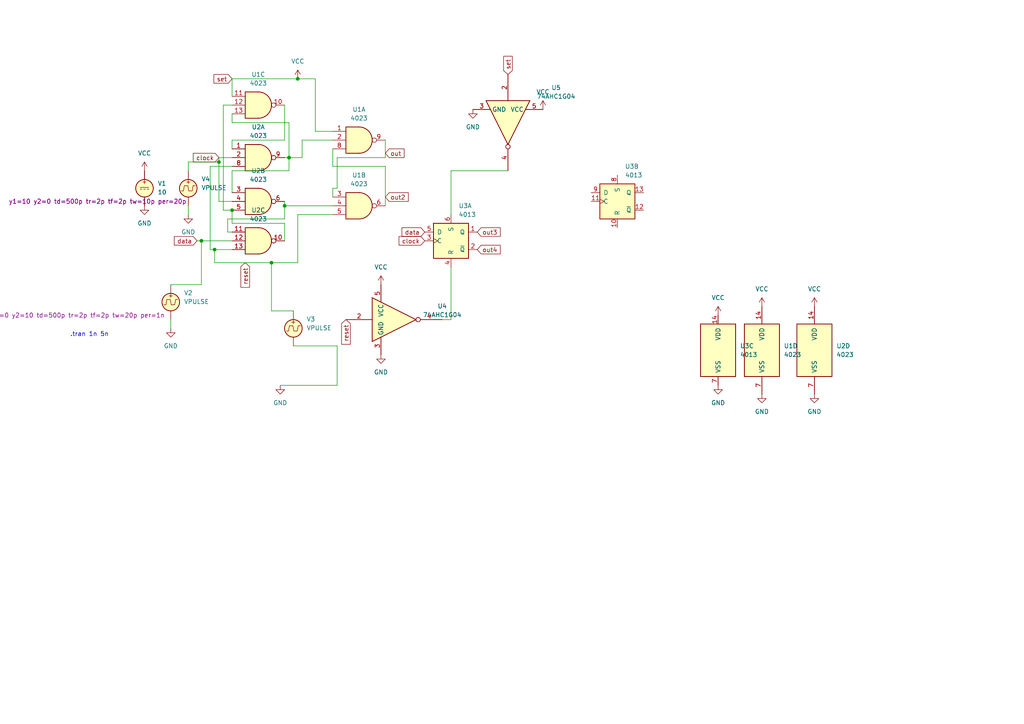
<source format=kicad_sch>
(kicad_sch
	(version 20231120)
	(generator "eeschema")
	(generator_version "8.0")
	(uuid "df67c224-0ee1-4bf8-96da-ce24f0954a91")
	(paper "A4")
	(lib_symbols
		(symbol "4xxx:4013"
			(pin_names
				(offset 1.016)
			)
			(exclude_from_sim no)
			(in_bom yes)
			(on_board yes)
			(property "Reference" "U"
				(at -7.62 8.89 0)
				(effects
					(font
						(size 1.27 1.27)
					)
				)
			)
			(property "Value" "4013"
				(at -7.62 -8.89 0)
				(effects
					(font
						(size 1.27 1.27)
					)
				)
			)
			(property "Footprint" ""
				(at 0 0 0)
				(effects
					(font
						(size 1.27 1.27)
					)
					(hide yes)
				)
			)
			(property "Datasheet" "http://www.onsemi.com/pub/Collateral/MC14013B-D.PDF"
				(at 0 0 0)
				(effects
					(font
						(size 1.27 1.27)
					)
					(hide yes)
				)
			)
			(property "Description" "Dual D  FlipFlop, Set & reset"
				(at 0 0 0)
				(effects
					(font
						(size 1.27 1.27)
					)
					(hide yes)
				)
			)
			(property "ki_locked" ""
				(at 0 0 0)
				(effects
					(font
						(size 1.27 1.27)
					)
				)
			)
			(property "ki_keywords" "CMOS DFF"
				(at 0 0 0)
				(effects
					(font
						(size 1.27 1.27)
					)
					(hide yes)
				)
			)
			(property "ki_fp_filters" "DIP*W7.62mm* SOIC*3.9x9.9mm*P1.27mm* TSSOP*4.4x5mm*P0.65mm*"
				(at 0 0 0)
				(effects
					(font
						(size 1.27 1.27)
					)
					(hide yes)
				)
			)
			(symbol "4013_1_1"
				(rectangle
					(start -5.08 5.08)
					(end 5.08 -5.08)
					(stroke
						(width 0.254)
						(type default)
					)
					(fill
						(type background)
					)
				)
				(pin output line
					(at 7.62 2.54 180)
					(length 2.54)
					(name "Q"
						(effects
							(font
								(size 1.27 1.27)
							)
						)
					)
					(number "1"
						(effects
							(font
								(size 1.27 1.27)
							)
						)
					)
				)
				(pin output line
					(at 7.62 -2.54 180)
					(length 2.54)
					(name "~{Q}"
						(effects
							(font
								(size 1.27 1.27)
							)
						)
					)
					(number "2"
						(effects
							(font
								(size 1.27 1.27)
							)
						)
					)
				)
				(pin input clock
					(at -7.62 0 0)
					(length 2.54)
					(name "C"
						(effects
							(font
								(size 1.27 1.27)
							)
						)
					)
					(number "3"
						(effects
							(font
								(size 1.27 1.27)
							)
						)
					)
				)
				(pin input line
					(at 0 -7.62 90)
					(length 2.54)
					(name "R"
						(effects
							(font
								(size 1.27 1.27)
							)
						)
					)
					(number "4"
						(effects
							(font
								(size 1.27 1.27)
							)
						)
					)
				)
				(pin input line
					(at -7.62 2.54 0)
					(length 2.54)
					(name "D"
						(effects
							(font
								(size 1.27 1.27)
							)
						)
					)
					(number "5"
						(effects
							(font
								(size 1.27 1.27)
							)
						)
					)
				)
				(pin input line
					(at 0 7.62 270)
					(length 2.54)
					(name "S"
						(effects
							(font
								(size 1.27 1.27)
							)
						)
					)
					(number "6"
						(effects
							(font
								(size 1.27 1.27)
							)
						)
					)
				)
			)
			(symbol "4013_2_1"
				(rectangle
					(start -5.08 5.08)
					(end 5.08 -5.08)
					(stroke
						(width 0.254)
						(type default)
					)
					(fill
						(type background)
					)
				)
				(pin input line
					(at 0 -7.62 90)
					(length 2.54)
					(name "R"
						(effects
							(font
								(size 1.27 1.27)
							)
						)
					)
					(number "10"
						(effects
							(font
								(size 1.27 1.27)
							)
						)
					)
				)
				(pin input clock
					(at -7.62 0 0)
					(length 2.54)
					(name "C"
						(effects
							(font
								(size 1.27 1.27)
							)
						)
					)
					(number "11"
						(effects
							(font
								(size 1.27 1.27)
							)
						)
					)
				)
				(pin output line
					(at 7.62 -2.54 180)
					(length 2.54)
					(name "~{Q}"
						(effects
							(font
								(size 1.27 1.27)
							)
						)
					)
					(number "12"
						(effects
							(font
								(size 1.27 1.27)
							)
						)
					)
				)
				(pin output line
					(at 7.62 2.54 180)
					(length 2.54)
					(name "Q"
						(effects
							(font
								(size 1.27 1.27)
							)
						)
					)
					(number "13"
						(effects
							(font
								(size 1.27 1.27)
							)
						)
					)
				)
				(pin input line
					(at 0 7.62 270)
					(length 2.54)
					(name "S"
						(effects
							(font
								(size 1.27 1.27)
							)
						)
					)
					(number "8"
						(effects
							(font
								(size 1.27 1.27)
							)
						)
					)
				)
				(pin input line
					(at -7.62 2.54 0)
					(length 2.54)
					(name "D"
						(effects
							(font
								(size 1.27 1.27)
							)
						)
					)
					(number "9"
						(effects
							(font
								(size 1.27 1.27)
							)
						)
					)
				)
			)
			(symbol "4013_3_0"
				(pin power_in line
					(at 0 10.16 270)
					(length 2.54)
					(name "VDD"
						(effects
							(font
								(size 1.27 1.27)
							)
						)
					)
					(number "14"
						(effects
							(font
								(size 1.27 1.27)
							)
						)
					)
				)
				(pin power_in line
					(at 0 -10.16 90)
					(length 2.54)
					(name "VSS"
						(effects
							(font
								(size 1.27 1.27)
							)
						)
					)
					(number "7"
						(effects
							(font
								(size 1.27 1.27)
							)
						)
					)
				)
			)
			(symbol "4013_3_1"
				(rectangle
					(start -5.08 7.62)
					(end 5.08 -7.62)
					(stroke
						(width 0.254)
						(type default)
					)
					(fill
						(type background)
					)
				)
			)
		)
		(symbol "4xxx:4023"
			(pin_names
				(offset 1.016)
			)
			(exclude_from_sim no)
			(in_bom yes)
			(on_board yes)
			(property "Reference" "U"
				(at 0 1.27 0)
				(effects
					(font
						(size 1.27 1.27)
					)
				)
			)
			(property "Value" "4023"
				(at 0 -1.27 0)
				(effects
					(font
						(size 1.27 1.27)
					)
				)
			)
			(property "Footprint" ""
				(at 0 0 0)
				(effects
					(font
						(size 1.27 1.27)
					)
					(hide yes)
				)
			)
			(property "Datasheet" "http://www.intersil.com/content/dam/Intersil/documents/cd40/cd4011bms-12bms-23bms.pdf"
				(at 0 0 0)
				(effects
					(font
						(size 1.27 1.27)
					)
					(hide yes)
				)
			)
			(property "Description" "Triple Nand 3 inputs"
				(at 0 0 0)
				(effects
					(font
						(size 1.27 1.27)
					)
					(hide yes)
				)
			)
			(property "ki_locked" ""
				(at 0 0 0)
				(effects
					(font
						(size 1.27 1.27)
					)
				)
			)
			(property "ki_keywords" "CMOS Nand3"
				(at 0 0 0)
				(effects
					(font
						(size 1.27 1.27)
					)
					(hide yes)
				)
			)
			(property "ki_fp_filters" "DIP?14*"
				(at 0 0 0)
				(effects
					(font
						(size 1.27 1.27)
					)
					(hide yes)
				)
			)
			(symbol "4023_1_1"
				(arc
					(start 0 -3.81)
					(mid 3.7934 0)
					(end 0 3.81)
					(stroke
						(width 0.254)
						(type default)
					)
					(fill
						(type background)
					)
				)
				(polyline
					(pts
						(xy 0 3.81) (xy -3.81 3.81) (xy -3.81 -3.81) (xy 0 -3.81)
					)
					(stroke
						(width 0.254)
						(type default)
					)
					(fill
						(type background)
					)
				)
				(pin input line
					(at -7.62 2.54 0)
					(length 3.81)
					(name "~"
						(effects
							(font
								(size 1.27 1.27)
							)
						)
					)
					(number "1"
						(effects
							(font
								(size 1.27 1.27)
							)
						)
					)
				)
				(pin input line
					(at -7.62 0 0)
					(length 3.81)
					(name "~"
						(effects
							(font
								(size 1.27 1.27)
							)
						)
					)
					(number "2"
						(effects
							(font
								(size 1.27 1.27)
							)
						)
					)
				)
				(pin input line
					(at -7.62 -2.54 0)
					(length 3.81)
					(name "~"
						(effects
							(font
								(size 1.27 1.27)
							)
						)
					)
					(number "8"
						(effects
							(font
								(size 1.27 1.27)
							)
						)
					)
				)
				(pin output inverted
					(at 7.62 0 180)
					(length 3.81)
					(name "~"
						(effects
							(font
								(size 1.27 1.27)
							)
						)
					)
					(number "9"
						(effects
							(font
								(size 1.27 1.27)
							)
						)
					)
				)
			)
			(symbol "4023_1_2"
				(arc
					(start -3.81 -3.81)
					(mid -2.589 0)
					(end -3.81 3.81)
					(stroke
						(width 0.254)
						(type default)
					)
					(fill
						(type none)
					)
				)
				(arc
					(start -0.6096 -3.81)
					(mid 2.1842 -2.5851)
					(end 3.81 0)
					(stroke
						(width 0.254)
						(type default)
					)
					(fill
						(type background)
					)
				)
				(polyline
					(pts
						(xy -3.81 -3.81) (xy -0.635 -3.81)
					)
					(stroke
						(width 0.254)
						(type default)
					)
					(fill
						(type background)
					)
				)
				(polyline
					(pts
						(xy -3.81 3.81) (xy -0.635 3.81)
					)
					(stroke
						(width 0.254)
						(type default)
					)
					(fill
						(type background)
					)
				)
				(polyline
					(pts
						(xy -0.635 3.81) (xy -3.81 3.81) (xy -3.81 3.81) (xy -3.556 3.4036) (xy -3.0226 2.2606) (xy -2.6924 1.0414)
						(xy -2.6162 -0.254) (xy -2.7686 -1.4986) (xy -3.175 -2.7178) (xy -3.81 -3.81) (xy -3.81 -3.81)
						(xy -0.635 -3.81)
					)
					(stroke
						(width -25.4)
						(type default)
					)
					(fill
						(type background)
					)
				)
				(arc
					(start 3.81 0)
					(mid 2.1915 2.5936)
					(end -0.6096 3.81)
					(stroke
						(width 0.254)
						(type default)
					)
					(fill
						(type background)
					)
				)
				(pin input inverted
					(at -7.62 2.54 0)
					(length 4.318)
					(name "~"
						(effects
							(font
								(size 1.27 1.27)
							)
						)
					)
					(number "1"
						(effects
							(font
								(size 1.27 1.27)
							)
						)
					)
				)
				(pin input inverted
					(at -7.62 0 0)
					(length 4.953)
					(name "~"
						(effects
							(font
								(size 1.27 1.27)
							)
						)
					)
					(number "2"
						(effects
							(font
								(size 1.27 1.27)
							)
						)
					)
				)
				(pin input inverted
					(at -7.62 -2.54 0)
					(length 4.318)
					(name "~"
						(effects
							(font
								(size 1.27 1.27)
							)
						)
					)
					(number "8"
						(effects
							(font
								(size 1.27 1.27)
							)
						)
					)
				)
				(pin output line
					(at 7.62 0 180)
					(length 3.81)
					(name "~"
						(effects
							(font
								(size 1.27 1.27)
							)
						)
					)
					(number "9"
						(effects
							(font
								(size 1.27 1.27)
							)
						)
					)
				)
			)
			(symbol "4023_2_1"
				(arc
					(start 0 -3.81)
					(mid 3.7934 0)
					(end 0 3.81)
					(stroke
						(width 0.254)
						(type default)
					)
					(fill
						(type background)
					)
				)
				(polyline
					(pts
						(xy 0 3.81) (xy -3.81 3.81) (xy -3.81 -3.81) (xy 0 -3.81)
					)
					(stroke
						(width 0.254)
						(type default)
					)
					(fill
						(type background)
					)
				)
				(pin input line
					(at -7.62 2.54 0)
					(length 3.81)
					(name "~"
						(effects
							(font
								(size 1.27 1.27)
							)
						)
					)
					(number "3"
						(effects
							(font
								(size 1.27 1.27)
							)
						)
					)
				)
				(pin input line
					(at -7.62 0 0)
					(length 3.81)
					(name "~"
						(effects
							(font
								(size 1.27 1.27)
							)
						)
					)
					(number "4"
						(effects
							(font
								(size 1.27 1.27)
							)
						)
					)
				)
				(pin input line
					(at -7.62 -2.54 0)
					(length 3.81)
					(name "~"
						(effects
							(font
								(size 1.27 1.27)
							)
						)
					)
					(number "5"
						(effects
							(font
								(size 1.27 1.27)
							)
						)
					)
				)
				(pin output inverted
					(at 7.62 0 180)
					(length 3.81)
					(name "~"
						(effects
							(font
								(size 1.27 1.27)
							)
						)
					)
					(number "6"
						(effects
							(font
								(size 1.27 1.27)
							)
						)
					)
				)
			)
			(symbol "4023_2_2"
				(arc
					(start -3.81 -3.81)
					(mid -2.589 0)
					(end -3.81 3.81)
					(stroke
						(width 0.254)
						(type default)
					)
					(fill
						(type none)
					)
				)
				(arc
					(start -0.6096 -3.81)
					(mid 2.1842 -2.5851)
					(end 3.81 0)
					(stroke
						(width 0.254)
						(type default)
					)
					(fill
						(type background)
					)
				)
				(polyline
					(pts
						(xy -3.81 -3.81) (xy -0.635 -3.81)
					)
					(stroke
						(width 0.254)
						(type default)
					)
					(fill
						(type background)
					)
				)
				(polyline
					(pts
						(xy -3.81 3.81) (xy -0.635 3.81)
					)
					(stroke
						(width 0.254)
						(type default)
					)
					(fill
						(type background)
					)
				)
				(polyline
					(pts
						(xy -0.635 3.81) (xy -3.81 3.81) (xy -3.81 3.81) (xy -3.556 3.4036) (xy -3.0226 2.2606) (xy -2.6924 1.0414)
						(xy -2.6162 -0.254) (xy -2.7686 -1.4986) (xy -3.175 -2.7178) (xy -3.81 -3.81) (xy -3.81 -3.81)
						(xy -0.635 -3.81)
					)
					(stroke
						(width -25.4)
						(type default)
					)
					(fill
						(type background)
					)
				)
				(arc
					(start 3.81 0)
					(mid 2.1915 2.5936)
					(end -0.6096 3.81)
					(stroke
						(width 0.254)
						(type default)
					)
					(fill
						(type background)
					)
				)
				(pin input inverted
					(at -7.62 2.54 0)
					(length 4.318)
					(name "~"
						(effects
							(font
								(size 1.27 1.27)
							)
						)
					)
					(number "3"
						(effects
							(font
								(size 1.27 1.27)
							)
						)
					)
				)
				(pin input inverted
					(at -7.62 0 0)
					(length 4.953)
					(name "~"
						(effects
							(font
								(size 1.27 1.27)
							)
						)
					)
					(number "4"
						(effects
							(font
								(size 1.27 1.27)
							)
						)
					)
				)
				(pin input inverted
					(at -7.62 -2.54 0)
					(length 4.318)
					(name "~"
						(effects
							(font
								(size 1.27 1.27)
							)
						)
					)
					(number "5"
						(effects
							(font
								(size 1.27 1.27)
							)
						)
					)
				)
				(pin output line
					(at 7.62 0 180)
					(length 3.81)
					(name "~"
						(effects
							(font
								(size 1.27 1.27)
							)
						)
					)
					(number "6"
						(effects
							(font
								(size 1.27 1.27)
							)
						)
					)
				)
			)
			(symbol "4023_3_1"
				(arc
					(start 0 -3.81)
					(mid 3.7934 0)
					(end 0 3.81)
					(stroke
						(width 0.254)
						(type default)
					)
					(fill
						(type background)
					)
				)
				(polyline
					(pts
						(xy 0 3.81) (xy -3.81 3.81) (xy -3.81 -3.81) (xy 0 -3.81)
					)
					(stroke
						(width 0.254)
						(type default)
					)
					(fill
						(type background)
					)
				)
				(pin output inverted
					(at 7.62 0 180)
					(length 3.81)
					(name "~"
						(effects
							(font
								(size 1.27 1.27)
							)
						)
					)
					(number "10"
						(effects
							(font
								(size 1.27 1.27)
							)
						)
					)
				)
				(pin input line
					(at -7.62 2.54 0)
					(length 3.81)
					(name "~"
						(effects
							(font
								(size 1.27 1.27)
							)
						)
					)
					(number "11"
						(effects
							(font
								(size 1.27 1.27)
							)
						)
					)
				)
				(pin input line
					(at -7.62 0 0)
					(length 3.81)
					(name "~"
						(effects
							(font
								(size 1.27 1.27)
							)
						)
					)
					(number "12"
						(effects
							(font
								(size 1.27 1.27)
							)
						)
					)
				)
				(pin input line
					(at -7.62 -2.54 0)
					(length 3.81)
					(name "~"
						(effects
							(font
								(size 1.27 1.27)
							)
						)
					)
					(number "13"
						(effects
							(font
								(size 1.27 1.27)
							)
						)
					)
				)
			)
			(symbol "4023_3_2"
				(arc
					(start -3.81 -3.81)
					(mid -2.589 0)
					(end -3.81 3.81)
					(stroke
						(width 0.254)
						(type default)
					)
					(fill
						(type none)
					)
				)
				(arc
					(start -0.6096 -3.81)
					(mid 2.1842 -2.5851)
					(end 3.81 0)
					(stroke
						(width 0.254)
						(type default)
					)
					(fill
						(type background)
					)
				)
				(polyline
					(pts
						(xy -3.81 -3.81) (xy -0.635 -3.81)
					)
					(stroke
						(width 0.254)
						(type default)
					)
					(fill
						(type background)
					)
				)
				(polyline
					(pts
						(xy -3.81 3.81) (xy -0.635 3.81)
					)
					(stroke
						(width 0.254)
						(type default)
					)
					(fill
						(type background)
					)
				)
				(polyline
					(pts
						(xy -0.635 3.81) (xy -3.81 3.81) (xy -3.81 3.81) (xy -3.556 3.4036) (xy -3.0226 2.2606) (xy -2.6924 1.0414)
						(xy -2.6162 -0.254) (xy -2.7686 -1.4986) (xy -3.175 -2.7178) (xy -3.81 -3.81) (xy -3.81 -3.81)
						(xy -0.635 -3.81)
					)
					(stroke
						(width -25.4)
						(type default)
					)
					(fill
						(type background)
					)
				)
				(arc
					(start 3.81 0)
					(mid 2.1915 2.5936)
					(end -0.6096 3.81)
					(stroke
						(width 0.254)
						(type default)
					)
					(fill
						(type background)
					)
				)
				(pin output line
					(at 7.62 0 180)
					(length 3.81)
					(name "~"
						(effects
							(font
								(size 1.27 1.27)
							)
						)
					)
					(number "10"
						(effects
							(font
								(size 1.27 1.27)
							)
						)
					)
				)
				(pin input inverted
					(at -7.62 2.54 0)
					(length 4.318)
					(name "~"
						(effects
							(font
								(size 1.27 1.27)
							)
						)
					)
					(number "11"
						(effects
							(font
								(size 1.27 1.27)
							)
						)
					)
				)
				(pin input inverted
					(at -7.62 0 0)
					(length 4.953)
					(name "~"
						(effects
							(font
								(size 1.27 1.27)
							)
						)
					)
					(number "12"
						(effects
							(font
								(size 1.27 1.27)
							)
						)
					)
				)
				(pin input inverted
					(at -7.62 -2.54 0)
					(length 4.318)
					(name "~"
						(effects
							(font
								(size 1.27 1.27)
							)
						)
					)
					(number "13"
						(effects
							(font
								(size 1.27 1.27)
							)
						)
					)
				)
			)
			(symbol "4023_4_0"
				(pin power_in line
					(at 0 12.7 270)
					(length 5.08)
					(name "VDD"
						(effects
							(font
								(size 1.27 1.27)
							)
						)
					)
					(number "14"
						(effects
							(font
								(size 1.27 1.27)
							)
						)
					)
				)
				(pin power_in line
					(at 0 -12.7 90)
					(length 5.08)
					(name "VSS"
						(effects
							(font
								(size 1.27 1.27)
							)
						)
					)
					(number "7"
						(effects
							(font
								(size 1.27 1.27)
							)
						)
					)
				)
			)
			(symbol "4023_4_1"
				(rectangle
					(start -5.08 7.62)
					(end 5.08 -7.62)
					(stroke
						(width 0.254)
						(type default)
					)
					(fill
						(type background)
					)
				)
			)
		)
		(symbol "74xGxx:74AHC1G04"
			(exclude_from_sim no)
			(in_bom yes)
			(on_board yes)
			(property "Reference" "U"
				(at -2.54 3.81 0)
				(effects
					(font
						(size 1.27 1.27)
					)
				)
			)
			(property "Value" "74AHC1G04"
				(at 0 -3.81 0)
				(effects
					(font
						(size 1.27 1.27)
					)
				)
			)
			(property "Footprint" ""
				(at 0 0 0)
				(effects
					(font
						(size 1.27 1.27)
					)
					(hide yes)
				)
			)
			(property "Datasheet" "http://www.ti.com/lit/sg/scyt129e/scyt129e.pdf"
				(at 0 0 0)
				(effects
					(font
						(size 1.27 1.27)
					)
					(hide yes)
				)
			)
			(property "Description" "Single NOT Gate, Low-Voltage CMOS"
				(at 0 0 0)
				(effects
					(font
						(size 1.27 1.27)
					)
					(hide yes)
				)
			)
			(property "ki_keywords" "Single Gate NOT LVC CMOS"
				(at 0 0 0)
				(effects
					(font
						(size 1.27 1.27)
					)
					(hide yes)
				)
			)
			(property "ki_fp_filters" "SOT* SG-*"
				(at 0 0 0)
				(effects
					(font
						(size 1.27 1.27)
					)
					(hide yes)
				)
			)
			(symbol "74AHC1G04_0_1"
				(polyline
					(pts
						(xy -7.62 6.35) (xy -7.62 -6.35) (xy 5.08 0) (xy -7.62 6.35)
					)
					(stroke
						(width 0.254)
						(type default)
					)
					(fill
						(type background)
					)
				)
			)
			(symbol "74AHC1G04_1_1"
				(pin input line
					(at -15.24 0 0)
					(length 7.62)
					(name "~"
						(effects
							(font
								(size 1.27 1.27)
							)
						)
					)
					(number "2"
						(effects
							(font
								(size 1.27 1.27)
							)
						)
					)
				)
				(pin power_in line
					(at -5.08 -10.16 90)
					(length 5.08)
					(name "GND"
						(effects
							(font
								(size 1.27 1.27)
							)
						)
					)
					(number "3"
						(effects
							(font
								(size 1.27 1.27)
							)
						)
					)
				)
				(pin output inverted
					(at 12.7 0 180)
					(length 7.62)
					(name "~"
						(effects
							(font
								(size 1.27 1.27)
							)
						)
					)
					(number "4"
						(effects
							(font
								(size 1.27 1.27)
							)
						)
					)
				)
				(pin power_in line
					(at -5.08 10.16 270)
					(length 5.08)
					(name "VCC"
						(effects
							(font
								(size 1.27 1.27)
							)
						)
					)
					(number "5"
						(effects
							(font
								(size 1.27 1.27)
							)
						)
					)
				)
			)
		)
		(symbol "Simulation_SPICE:VDC"
			(pin_numbers hide)
			(pin_names
				(offset 0.0254)
			)
			(exclude_from_sim no)
			(in_bom yes)
			(on_board yes)
			(property "Reference" "V"
				(at 2.54 2.54 0)
				(effects
					(font
						(size 1.27 1.27)
					)
					(justify left)
				)
			)
			(property "Value" "1"
				(at 2.54 0 0)
				(effects
					(font
						(size 1.27 1.27)
					)
					(justify left)
				)
			)
			(property "Footprint" ""
				(at 0 0 0)
				(effects
					(font
						(size 1.27 1.27)
					)
					(hide yes)
				)
			)
			(property "Datasheet" "~"
				(at 0 0 0)
				(effects
					(font
						(size 1.27 1.27)
					)
					(hide yes)
				)
			)
			(property "Description" "Voltage source, DC"
				(at 0 0 0)
				(effects
					(font
						(size 1.27 1.27)
					)
					(hide yes)
				)
			)
			(property "Sim.Pins" "1=+ 2=-"
				(at 0 0 0)
				(effects
					(font
						(size 1.27 1.27)
					)
					(hide yes)
				)
			)
			(property "Sim.Type" "DC"
				(at 0 0 0)
				(effects
					(font
						(size 1.27 1.27)
					)
					(hide yes)
				)
			)
			(property "Sim.Device" "V"
				(at 0 0 0)
				(effects
					(font
						(size 1.27 1.27)
					)
					(justify left)
					(hide yes)
				)
			)
			(property "ki_keywords" "simulation"
				(at 0 0 0)
				(effects
					(font
						(size 1.27 1.27)
					)
					(hide yes)
				)
			)
			(symbol "VDC_0_0"
				(polyline
					(pts
						(xy -1.27 0.254) (xy 1.27 0.254)
					)
					(stroke
						(width 0)
						(type default)
					)
					(fill
						(type none)
					)
				)
				(polyline
					(pts
						(xy -0.762 -0.254) (xy -1.27 -0.254)
					)
					(stroke
						(width 0)
						(type default)
					)
					(fill
						(type none)
					)
				)
				(polyline
					(pts
						(xy 0.254 -0.254) (xy -0.254 -0.254)
					)
					(stroke
						(width 0)
						(type default)
					)
					(fill
						(type none)
					)
				)
				(polyline
					(pts
						(xy 1.27 -0.254) (xy 0.762 -0.254)
					)
					(stroke
						(width 0)
						(type default)
					)
					(fill
						(type none)
					)
				)
				(text "+"
					(at 0 1.905 0)
					(effects
						(font
							(size 1.27 1.27)
						)
					)
				)
			)
			(symbol "VDC_0_1"
				(circle
					(center 0 0)
					(radius 2.54)
					(stroke
						(width 0.254)
						(type default)
					)
					(fill
						(type background)
					)
				)
			)
			(symbol "VDC_1_1"
				(pin passive line
					(at 0 5.08 270)
					(length 2.54)
					(name "~"
						(effects
							(font
								(size 1.27 1.27)
							)
						)
					)
					(number "1"
						(effects
							(font
								(size 1.27 1.27)
							)
						)
					)
				)
				(pin passive line
					(at 0 -5.08 90)
					(length 2.54)
					(name "~"
						(effects
							(font
								(size 1.27 1.27)
							)
						)
					)
					(number "2"
						(effects
							(font
								(size 1.27 1.27)
							)
						)
					)
				)
			)
		)
		(symbol "Simulation_SPICE:VPULSE"
			(pin_numbers hide)
			(pin_names
				(offset 0.0254)
			)
			(exclude_from_sim no)
			(in_bom yes)
			(on_board yes)
			(property "Reference" "V"
				(at 2.54 2.54 0)
				(effects
					(font
						(size 1.27 1.27)
					)
					(justify left)
				)
			)
			(property "Value" "VPULSE"
				(at 2.54 0 0)
				(effects
					(font
						(size 1.27 1.27)
					)
					(justify left)
				)
			)
			(property "Footprint" ""
				(at 0 0 0)
				(effects
					(font
						(size 1.27 1.27)
					)
					(hide yes)
				)
			)
			(property "Datasheet" "~"
				(at 0 0 0)
				(effects
					(font
						(size 1.27 1.27)
					)
					(hide yes)
				)
			)
			(property "Description" "Voltage source, pulse"
				(at 0 0 0)
				(effects
					(font
						(size 1.27 1.27)
					)
					(hide yes)
				)
			)
			(property "Sim.Pins" "1=+ 2=-"
				(at 0 0 0)
				(effects
					(font
						(size 1.27 1.27)
					)
					(hide yes)
				)
			)
			(property "Sim.Type" "PULSE"
				(at 0 0 0)
				(effects
					(font
						(size 1.27 1.27)
					)
					(hide yes)
				)
			)
			(property "Sim.Device" "V"
				(at 0 0 0)
				(effects
					(font
						(size 1.27 1.27)
					)
					(justify left)
					(hide yes)
				)
			)
			(property "Sim.Params" "y1=0 y2=1 td=2n tr=2n tf=2n tw=50n per=100n"
				(at 2.54 -2.54 0)
				(effects
					(font
						(size 1.27 1.27)
					)
					(justify left)
				)
			)
			(property "ki_keywords" "simulation"
				(at 0 0 0)
				(effects
					(font
						(size 1.27 1.27)
					)
					(hide yes)
				)
			)
			(symbol "VPULSE_0_0"
				(polyline
					(pts
						(xy -2.032 -0.762) (xy -1.397 -0.762) (xy -1.143 0.762) (xy -0.127 0.762) (xy 0.127 -0.762) (xy 1.143 -0.762)
						(xy 1.397 0.762) (xy 2.032 0.762)
					)
					(stroke
						(width 0)
						(type default)
					)
					(fill
						(type none)
					)
				)
				(text "+"
					(at 0 1.905 0)
					(effects
						(font
							(size 1.27 1.27)
						)
					)
				)
			)
			(symbol "VPULSE_0_1"
				(circle
					(center 0 0)
					(radius 2.54)
					(stroke
						(width 0.254)
						(type default)
					)
					(fill
						(type background)
					)
				)
			)
			(symbol "VPULSE_1_1"
				(pin passive line
					(at 0 5.08 270)
					(length 2.54)
					(name "~"
						(effects
							(font
								(size 1.27 1.27)
							)
						)
					)
					(number "1"
						(effects
							(font
								(size 1.27 1.27)
							)
						)
					)
				)
				(pin passive line
					(at 0 -5.08 90)
					(length 2.54)
					(name "~"
						(effects
							(font
								(size 1.27 1.27)
							)
						)
					)
					(number "2"
						(effects
							(font
								(size 1.27 1.27)
							)
						)
					)
				)
			)
		)
		(symbol "power:GND"
			(power)
			(pin_names
				(offset 0)
			)
			(exclude_from_sim no)
			(in_bom yes)
			(on_board yes)
			(property "Reference" "#PWR"
				(at 0 -6.35 0)
				(effects
					(font
						(size 1.27 1.27)
					)
					(hide yes)
				)
			)
			(property "Value" "GND"
				(at 0 -3.81 0)
				(effects
					(font
						(size 1.27 1.27)
					)
				)
			)
			(property "Footprint" ""
				(at 0 0 0)
				(effects
					(font
						(size 1.27 1.27)
					)
					(hide yes)
				)
			)
			(property "Datasheet" ""
				(at 0 0 0)
				(effects
					(font
						(size 1.27 1.27)
					)
					(hide yes)
				)
			)
			(property "Description" "Power symbol creates a global label with name \"GND\" , ground"
				(at 0 0 0)
				(effects
					(font
						(size 1.27 1.27)
					)
					(hide yes)
				)
			)
			(property "ki_keywords" "global power"
				(at 0 0 0)
				(effects
					(font
						(size 1.27 1.27)
					)
					(hide yes)
				)
			)
			(symbol "GND_0_1"
				(polyline
					(pts
						(xy 0 0) (xy 0 -1.27) (xy 1.27 -1.27) (xy 0 -2.54) (xy -1.27 -1.27) (xy 0 -1.27)
					)
					(stroke
						(width 0)
						(type default)
					)
					(fill
						(type none)
					)
				)
			)
			(symbol "GND_1_1"
				(pin power_in line
					(at 0 0 270)
					(length 0) hide
					(name "GND"
						(effects
							(font
								(size 1.27 1.27)
							)
						)
					)
					(number "1"
						(effects
							(font
								(size 1.27 1.27)
							)
						)
					)
				)
			)
		)
		(symbol "power:VCC"
			(power)
			(pin_names
				(offset 0)
			)
			(exclude_from_sim no)
			(in_bom yes)
			(on_board yes)
			(property "Reference" "#PWR"
				(at 0 -3.81 0)
				(effects
					(font
						(size 1.27 1.27)
					)
					(hide yes)
				)
			)
			(property "Value" "VCC"
				(at 0 3.81 0)
				(effects
					(font
						(size 1.27 1.27)
					)
				)
			)
			(property "Footprint" ""
				(at 0 0 0)
				(effects
					(font
						(size 1.27 1.27)
					)
					(hide yes)
				)
			)
			(property "Datasheet" ""
				(at 0 0 0)
				(effects
					(font
						(size 1.27 1.27)
					)
					(hide yes)
				)
			)
			(property "Description" "Power symbol creates a global label with name \"VCC\""
				(at 0 0 0)
				(effects
					(font
						(size 1.27 1.27)
					)
					(hide yes)
				)
			)
			(property "ki_keywords" "global power"
				(at 0 0 0)
				(effects
					(font
						(size 1.27 1.27)
					)
					(hide yes)
				)
			)
			(symbol "VCC_0_1"
				(polyline
					(pts
						(xy -0.762 1.27) (xy 0 2.54)
					)
					(stroke
						(width 0)
						(type default)
					)
					(fill
						(type none)
					)
				)
				(polyline
					(pts
						(xy 0 0) (xy 0 2.54)
					)
					(stroke
						(width 0)
						(type default)
					)
					(fill
						(type none)
					)
				)
				(polyline
					(pts
						(xy 0 2.54) (xy 0.762 1.27)
					)
					(stroke
						(width 0)
						(type default)
					)
					(fill
						(type none)
					)
				)
			)
			(symbol "VCC_1_1"
				(pin power_in line
					(at 0 0 90)
					(length 0) hide
					(name "VCC"
						(effects
							(font
								(size 1.27 1.27)
							)
						)
					)
					(number "1"
						(effects
							(font
								(size 1.27 1.27)
							)
						)
					)
				)
			)
		)
	)
	(junction
		(at 67.31 60.96)
		(diameter 0)
		(color 0 0 0 0)
		(uuid "0861ace7-e7ec-4895-9851-b8abd3ae61b0")
	)
	(junction
		(at 86.36 22.86)
		(diameter 0)
		(color 0 0 0 0)
		(uuid "3277bcf0-e5f7-4ce2-95ad-908938d28237")
	)
	(junction
		(at 82.55 59.69)
		(diameter 0)
		(color 0 0 0 0)
		(uuid "4adc710a-19d9-4a55-a9ac-e13660542460")
	)
	(junction
		(at 63.5 46.99)
		(diameter 0)
		(color 0 0 0 0)
		(uuid "58b97d88-7715-4a74-a776-cc803cea326f")
	)
	(junction
		(at 62.23 72.39)
		(diameter 0)
		(color 0 0 0 0)
		(uuid "7500ceae-fa78-46ac-b613-3656ca9e8f9a")
	)
	(junction
		(at 83.82 45.72)
		(diameter 0)
		(color 0 0 0 0)
		(uuid "9bd46f2e-6e01-4b10-9389-32bcfa20a578")
	)
	(junction
		(at 78.74 76.2)
		(diameter 0)
		(color 0 0 0 0)
		(uuid "dd4c8af7-721d-4e63-8e84-605db1d91652")
	)
	(junction
		(at 58.42 69.85)
		(diameter 0)
		(color 0 0 0 0)
		(uuid "ed932891-cac4-4fea-8724-c7cd699e09ce")
	)
	(wire
		(pts
			(xy 78.74 90.17) (xy 85.09 90.17)
		)
		(stroke
			(width 0)
			(type default)
		)
		(uuid "00a99f61-631e-4432-9c9f-015e69d78e93")
	)
	(wire
		(pts
			(xy 60.96 48.26) (xy 60.96 72.39)
		)
		(stroke
			(width 0)
			(type default)
		)
		(uuid "00addb28-788d-4354-9ed4-36349e6e2f7f")
	)
	(wire
		(pts
			(xy 83.82 49.53) (xy 83.82 45.72)
		)
		(stroke
			(width 0)
			(type default)
		)
		(uuid "04b00395-63a7-4d74-a4f5-acf0cd0b7482")
	)
	(wire
		(pts
			(xy 97.79 111.76) (xy 97.79 100.33)
		)
		(stroke
			(width 0)
			(type default)
		)
		(uuid "0c8f9c6c-9135-4537-b5ff-888287b75d32")
	)
	(wire
		(pts
			(xy 147.32 49.53) (xy 130.81 49.53)
		)
		(stroke
			(width 0)
			(type default)
		)
		(uuid "0f117a3e-8508-4772-9229-fa8b7ccf77cc")
	)
	(wire
		(pts
			(xy 64.77 60.96) (xy 67.31 60.96)
		)
		(stroke
			(width 0)
			(type default)
		)
		(uuid "10121b22-b614-4dbc-acc9-1ed2c6b5768f")
	)
	(wire
		(pts
			(xy 57.15 69.85) (xy 58.42 69.85)
		)
		(stroke
			(width 0)
			(type default)
		)
		(uuid "1e46ceb8-98fc-4a7b-a782-8145c578f3d1")
	)
	(wire
		(pts
			(xy 82.55 59.69) (xy 96.52 59.69)
		)
		(stroke
			(width 0)
			(type default)
		)
		(uuid "247f803b-e0cb-46e3-bee7-a37d9b511ad1")
	)
	(wire
		(pts
			(xy 82.55 69.85) (xy 82.55 64.77)
		)
		(stroke
			(width 0)
			(type default)
		)
		(uuid "2fe69278-a035-4e47-bbf0-eccc4085b877")
	)
	(wire
		(pts
			(xy 111.76 40.64) (xy 111.76 45.72)
		)
		(stroke
			(width 0)
			(type default)
		)
		(uuid "326791b0-8a78-449d-9bd1-994be99cc6ee")
	)
	(wire
		(pts
			(xy 60.96 72.39) (xy 62.23 72.39)
		)
		(stroke
			(width 0)
			(type default)
		)
		(uuid "3529abdb-1102-4152-8d5a-8865e7f28056")
	)
	(wire
		(pts
			(xy 66.04 67.31) (xy 67.31 67.31)
		)
		(stroke
			(width 0)
			(type default)
		)
		(uuid "3c360339-437b-487c-9e1d-b90b27c81180")
	)
	(wire
		(pts
			(xy 97.79 45.72) (xy 97.79 54.61)
		)
		(stroke
			(width 0)
			(type default)
		)
		(uuid "3c8d6af9-eb13-4976-ad76-87c57aead3a0")
	)
	(wire
		(pts
			(xy 96.52 40.64) (xy 87.63 40.64)
		)
		(stroke
			(width 0)
			(type default)
		)
		(uuid "42996d3b-e541-4799-ae97-177eeba8d84b")
	)
	(wire
		(pts
			(xy 54.61 46.99) (xy 63.5 46.99)
		)
		(stroke
			(width 0)
			(type default)
		)
		(uuid "44d3eae8-88fa-434f-affa-80069122244d")
	)
	(wire
		(pts
			(xy 54.61 49.53) (xy 54.61 46.99)
		)
		(stroke
			(width 0)
			(type default)
		)
		(uuid "459b5c22-cc81-4c86-b986-5959538913cb")
	)
	(wire
		(pts
			(xy 67.31 48.26) (xy 60.96 48.26)
		)
		(stroke
			(width 0)
			(type default)
		)
		(uuid "4930d093-d74b-4071-b660-94c41fdf60f7")
	)
	(wire
		(pts
			(xy 54.61 59.69) (xy 54.61 62.23)
		)
		(stroke
			(width 0)
			(type default)
		)
		(uuid "4d40f129-0216-4ab9-895b-0360547a5dcd")
	)
	(wire
		(pts
			(xy 67.31 30.48) (xy 64.77 30.48)
		)
		(stroke
			(width 0)
			(type default)
		)
		(uuid "4e71dde4-120c-48e7-bd3c-271e34ec8216")
	)
	(wire
		(pts
			(xy 91.44 38.1) (xy 91.44 22.86)
		)
		(stroke
			(width 0)
			(type default)
		)
		(uuid "510685a2-b199-41d3-9f7c-32b1f2613f8b")
	)
	(wire
		(pts
			(xy 67.31 35.56) (xy 67.31 33.02)
		)
		(stroke
			(width 0)
			(type default)
		)
		(uuid "564b13f1-2955-49cc-a6cf-16341128d00b")
	)
	(wire
		(pts
			(xy 82.55 63.5) (xy 66.04 63.5)
		)
		(stroke
			(width 0)
			(type default)
		)
		(uuid "5878a996-b1a3-4d8a-b4fe-0f95caeb2b0d")
	)
	(wire
		(pts
			(xy 86.36 62.23) (xy 96.52 62.23)
		)
		(stroke
			(width 0)
			(type default)
		)
		(uuid "5a0f0a58-7e92-4d6d-b064-e55c7146c1de")
	)
	(wire
		(pts
			(xy 82.55 30.48) (xy 82.55 40.64)
		)
		(stroke
			(width 0)
			(type default)
		)
		(uuid "6b277917-6c98-4537-a69e-713e2c728d92")
	)
	(wire
		(pts
			(xy 58.42 69.85) (xy 67.31 69.85)
		)
		(stroke
			(width 0)
			(type default)
		)
		(uuid "6b2ed75d-32a7-4acf-b245-194974ea6449")
	)
	(wire
		(pts
			(xy 67.31 40.64) (xy 67.31 43.18)
		)
		(stroke
			(width 0)
			(type default)
		)
		(uuid "6d5f2dfd-5410-48a1-9e34-ca2f76a9062c")
	)
	(wire
		(pts
			(xy 62.23 72.39) (xy 67.31 72.39)
		)
		(stroke
			(width 0)
			(type default)
		)
		(uuid "72c65fa3-9dd4-46a7-b450-5e06d8b8026f")
	)
	(wire
		(pts
			(xy 62.23 72.39) (xy 62.23 76.2)
		)
		(stroke
			(width 0)
			(type default)
		)
		(uuid "74670fe5-ebf9-491a-8070-a29bb86a1f04")
	)
	(wire
		(pts
			(xy 64.77 30.48) (xy 64.77 60.96)
		)
		(stroke
			(width 0)
			(type default)
		)
		(uuid "78168506-7c7c-49f4-84af-c9d469810a0c")
	)
	(wire
		(pts
			(xy 63.5 45.72) (xy 67.31 45.72)
		)
		(stroke
			(width 0)
			(type default)
		)
		(uuid "7835aa05-cf46-45e5-bf51-9d607e0a60ca")
	)
	(wire
		(pts
			(xy 87.63 45.72) (xy 83.82 45.72)
		)
		(stroke
			(width 0)
			(type default)
		)
		(uuid "7df34013-11b2-4b06-b99b-e83fd57792c1")
	)
	(wire
		(pts
			(xy 49.53 82.55) (xy 58.42 82.55)
		)
		(stroke
			(width 0)
			(type default)
		)
		(uuid "848bd6f4-3391-4606-ab6e-01005973704f")
	)
	(wire
		(pts
			(xy 66.04 63.5) (xy 66.04 67.31)
		)
		(stroke
			(width 0)
			(type default)
		)
		(uuid "870635b4-aaba-4874-872d-a86b2d17511f")
	)
	(wire
		(pts
			(xy 67.31 22.86) (xy 67.31 27.94)
		)
		(stroke
			(width 0)
			(type default)
		)
		(uuid "8b340ae4-aeb2-430b-90f9-c779c0045699")
	)
	(wire
		(pts
			(xy 67.31 49.53) (xy 83.82 49.53)
		)
		(stroke
			(width 0)
			(type default)
		)
		(uuid "8c8962c7-610a-4cc1-9172-5a654d5ddad8")
	)
	(wire
		(pts
			(xy 97.79 111.76) (xy 81.28 111.76)
		)
		(stroke
			(width 0)
			(type default)
		)
		(uuid "91b13ac4-d4f5-4a5e-a42a-d18966bbc0ce")
	)
	(wire
		(pts
			(xy 130.81 92.71) (xy 128.27 92.71)
		)
		(stroke
			(width 0)
			(type default)
		)
		(uuid "95b40890-6c4d-4bfd-9068-77730a07494e")
	)
	(wire
		(pts
			(xy 87.63 40.64) (xy 87.63 45.72)
		)
		(stroke
			(width 0)
			(type default)
		)
		(uuid "9a0c7edf-8484-4b23-bd07-28fc5170eabf")
	)
	(wire
		(pts
			(xy 96.52 38.1) (xy 91.44 38.1)
		)
		(stroke
			(width 0)
			(type default)
		)
		(uuid "9be5e013-133e-4a79-921c-cfa7b109f411")
	)
	(wire
		(pts
			(xy 82.55 58.42) (xy 82.55 59.69)
		)
		(stroke
			(width 0)
			(type default)
		)
		(uuid "a7c3f310-ded8-44e5-8335-7de4f90561c7")
	)
	(wire
		(pts
			(xy 49.53 95.25) (xy 49.53 92.71)
		)
		(stroke
			(width 0)
			(type default)
		)
		(uuid "a90081ed-df09-4e7e-9abc-1412f626cc61")
	)
	(wire
		(pts
			(xy 78.74 76.2) (xy 62.23 76.2)
		)
		(stroke
			(width 0)
			(type default)
		)
		(uuid "a914537c-1a1c-4faf-82d1-2b0197622a0a")
	)
	(wire
		(pts
			(xy 82.55 59.69) (xy 82.55 63.5)
		)
		(stroke
			(width 0)
			(type default)
		)
		(uuid "a9528913-32d9-47bf-af71-8894e071bded")
	)
	(wire
		(pts
			(xy 63.5 58.42) (xy 63.5 46.99)
		)
		(stroke
			(width 0)
			(type default)
		)
		(uuid "ac6b390b-ff7f-4a0c-a293-56ef2185780c")
	)
	(wire
		(pts
			(xy 86.36 62.23) (xy 86.36 76.2)
		)
		(stroke
			(width 0)
			(type default)
		)
		(uuid "b2d0848b-4495-4404-b9e9-5ef0907f0bc6")
	)
	(wire
		(pts
			(xy 86.36 76.2) (xy 78.74 76.2)
		)
		(stroke
			(width 0)
			(type default)
		)
		(uuid "ba95be33-cc6b-497e-b6d2-fe1183f42652")
	)
	(wire
		(pts
			(xy 82.55 40.64) (xy 67.31 40.64)
		)
		(stroke
			(width 0)
			(type default)
		)
		(uuid "bf3b29c9-3ed5-40b6-95b4-7c1870947491")
	)
	(wire
		(pts
			(xy 111.76 45.72) (xy 97.79 45.72)
		)
		(stroke
			(width 0)
			(type default)
		)
		(uuid "c6cd69c9-cd53-4ec6-bf2f-f3235a398a44")
	)
	(wire
		(pts
			(xy 67.31 64.77) (xy 67.31 60.96)
		)
		(stroke
			(width 0)
			(type default)
		)
		(uuid "cc3da39e-7068-4238-ad90-88a08e0ff806")
	)
	(wire
		(pts
			(xy 86.36 22.86) (xy 67.31 22.86)
		)
		(stroke
			(width 0)
			(type default)
		)
		(uuid "ceba74a8-65e6-4260-9ebf-fe13f1f20df5")
	)
	(wire
		(pts
			(xy 96.52 54.61) (xy 96.52 57.15)
		)
		(stroke
			(width 0)
			(type default)
		)
		(uuid "cf02843e-e22c-4284-bc97-6ae2fab92ab9")
	)
	(wire
		(pts
			(xy 130.81 49.53) (xy 130.81 62.23)
		)
		(stroke
			(width 0)
			(type default)
		)
		(uuid "d7ba3628-b625-43ac-8389-5f88cf8e0210")
	)
	(wire
		(pts
			(xy 82.55 64.77) (xy 67.31 64.77)
		)
		(stroke
			(width 0)
			(type default)
		)
		(uuid "db32a028-cb14-4c77-a460-f623b56d8f91")
	)
	(wire
		(pts
			(xy 111.76 48.26) (xy 96.52 48.26)
		)
		(stroke
			(width 0)
			(type default)
		)
		(uuid "e1b11a46-56bf-4af6-aac7-6b2c1e61f763")
	)
	(wire
		(pts
			(xy 82.55 45.72) (xy 83.82 45.72)
		)
		(stroke
			(width 0)
			(type default)
		)
		(uuid "e4c3a89e-f318-47e0-a236-51fc476d3f38")
	)
	(wire
		(pts
			(xy 78.74 90.17) (xy 78.74 76.2)
		)
		(stroke
			(width 0)
			(type default)
		)
		(uuid "e4d122c5-1cab-4634-ba0f-f41b206ab107")
	)
	(wire
		(pts
			(xy 67.31 58.42) (xy 63.5 58.42)
		)
		(stroke
			(width 0)
			(type default)
		)
		(uuid "e647274b-022b-4117-a042-aae7d3039080")
	)
	(wire
		(pts
			(xy 58.42 82.55) (xy 58.42 69.85)
		)
		(stroke
			(width 0)
			(type default)
		)
		(uuid "e8432d6e-9b28-4ad4-8d66-d89f76506365")
	)
	(wire
		(pts
			(xy 130.81 77.47) (xy 130.81 92.71)
		)
		(stroke
			(width 0)
			(type default)
		)
		(uuid "e960a01e-9ded-4b5f-95c3-70205925c57d")
	)
	(wire
		(pts
			(xy 97.79 54.61) (xy 96.52 54.61)
		)
		(stroke
			(width 0)
			(type default)
		)
		(uuid "eb18a882-e1c6-436a-b8b2-5f2c28703282")
	)
	(wire
		(pts
			(xy 63.5 46.99) (xy 63.5 45.72)
		)
		(stroke
			(width 0)
			(type default)
		)
		(uuid "eb64c505-a770-493a-8eab-5b258fad6bba")
	)
	(wire
		(pts
			(xy 111.76 59.69) (xy 111.76 48.26)
		)
		(stroke
			(width 0)
			(type default)
		)
		(uuid "ed2b90d1-6b34-4c74-84d7-6a34cb3846d0")
	)
	(wire
		(pts
			(xy 83.82 35.56) (xy 67.31 35.56)
		)
		(stroke
			(width 0)
			(type default)
		)
		(uuid "ee05fd30-1587-4a0a-800b-f16b5340f68f")
	)
	(wire
		(pts
			(xy 67.31 55.88) (xy 67.31 49.53)
		)
		(stroke
			(width 0)
			(type default)
		)
		(uuid "f40ef69f-4b6d-44f6-869c-e56cda228a79")
	)
	(wire
		(pts
			(xy 96.52 48.26) (xy 96.52 43.18)
		)
		(stroke
			(width 0)
			(type default)
		)
		(uuid "f4c93bb9-ec26-44e5-98bf-f9eff2db60a2")
	)
	(wire
		(pts
			(xy 91.44 22.86) (xy 86.36 22.86)
		)
		(stroke
			(width 0)
			(type default)
		)
		(uuid "f7c9256f-72a1-448d-a6eb-0c97a01986e0")
	)
	(wire
		(pts
			(xy 83.82 45.72) (xy 83.82 35.56)
		)
		(stroke
			(width 0)
			(type default)
		)
		(uuid "faa3fe96-16f6-44ef-aa45-147aa6f2bb58")
	)
	(wire
		(pts
			(xy 85.09 100.33) (xy 97.79 100.33)
		)
		(stroke
			(width 0)
			(type default)
		)
		(uuid "fd162fd1-5503-4b6d-9bc9-84c6ace89c7f")
	)
	(text ".tran 1n 5n\n"
		(exclude_from_sim no)
		(at 20.32 97.79 0)
		(effects
			(font
				(size 1.27 1.27)
			)
			(justify left bottom)
		)
		(uuid "f7db5a73-454c-4f95-a24c-708f1efc19e9")
	)
	(global_label "out4"
		(shape input)
		(at 138.43 72.39 0)
		(fields_autoplaced yes)
		(effects
			(font
				(size 1.27 1.27)
			)
			(justify left)
		)
		(uuid "0767a0b9-702a-48b2-aeed-58e05314dad7")
		(property "Intersheetrefs" "${INTERSHEET_REFS}"
			(at 145.6484 72.39 0)
			(effects
				(font
					(size 1.27 1.27)
				)
				(justify left)
				(hide yes)
			)
		)
	)
	(global_label "reset"
		(shape input)
		(at 100.33 92.71 270)
		(fields_autoplaced yes)
		(effects
			(font
				(size 1.27 1.27)
			)
			(justify right)
		)
		(uuid "0b0c6d08-aee8-466a-aaa6-97f01964e0c2")
		(property "Intersheetrefs" "${INTERSHEET_REFS}"
			(at 100.33 100.4124 90)
			(effects
				(font
					(size 1.27 1.27)
				)
				(justify right)
				(hide yes)
			)
		)
	)
	(global_label "reset"
		(shape input)
		(at 71.12 76.2 270)
		(fields_autoplaced yes)
		(effects
			(font
				(size 1.27 1.27)
			)
			(justify right)
		)
		(uuid "28ac849d-a168-409a-871f-ceaad4d81e19")
		(property "Intersheetrefs" "${INTERSHEET_REFS}"
			(at 71.12 83.9024 90)
			(effects
				(font
					(size 1.27 1.27)
				)
				(justify right)
				(hide yes)
			)
		)
	)
	(global_label "out2"
		(shape input)
		(at 111.76 57.15 0)
		(fields_autoplaced yes)
		(effects
			(font
				(size 1.27 1.27)
			)
			(justify left)
		)
		(uuid "2cf341fa-01ac-421c-a966-160606ca768b")
		(property "Intersheetrefs" "${INTERSHEET_REFS}"
			(at 118.9784 57.15 0)
			(effects
				(font
					(size 1.27 1.27)
				)
				(justify left)
				(hide yes)
			)
		)
	)
	(global_label "out"
		(shape input)
		(at 111.76 44.45 0)
		(fields_autoplaced yes)
		(effects
			(font
				(size 1.27 1.27)
			)
			(justify left)
		)
		(uuid "3fdf682f-be5d-411d-acb5-3d3bf1ce8d8e")
		(property "Intersheetrefs" "${INTERSHEET_REFS}"
			(at 117.7689 44.45 0)
			(effects
				(font
					(size 1.27 1.27)
				)
				(justify left)
				(hide yes)
			)
		)
	)
	(global_label "clock"
		(shape input)
		(at 63.5 45.72 180)
		(fields_autoplaced yes)
		(effects
			(font
				(size 1.27 1.27)
			)
			(justify right)
		)
		(uuid "47e2f378-a939-4f66-8d21-5b6cbcbf87d5")
		(property "Intersheetrefs" "${INTERSHEET_REFS}"
			(at 55.4953 45.72 0)
			(effects
				(font
					(size 1.27 1.27)
				)
				(justify right)
				(hide yes)
			)
		)
	)
	(global_label "data"
		(shape input)
		(at 123.19 67.31 180)
		(fields_autoplaced yes)
		(effects
			(font
				(size 1.27 1.27)
			)
			(justify right)
		)
		(uuid "6e04a2d7-887b-476d-ad0a-96185fbe1ea8")
		(property "Intersheetrefs" "${INTERSHEET_REFS}"
			(at 116.0321 67.31 0)
			(effects
				(font
					(size 1.27 1.27)
				)
				(justify right)
				(hide yes)
			)
		)
	)
	(global_label "data"
		(shape input)
		(at 57.15 69.85 180)
		(fields_autoplaced yes)
		(effects
			(font
				(size 1.27 1.27)
			)
			(justify right)
		)
		(uuid "ad5578c1-92f5-4e4f-b7a1-aaba84233547")
		(property "Intersheetrefs" "${INTERSHEET_REFS}"
			(at 49.9921 69.85 0)
			(effects
				(font
					(size 1.27 1.27)
				)
				(justify right)
				(hide yes)
			)
		)
	)
	(global_label "clock"
		(shape input)
		(at 123.19 69.85 180)
		(fields_autoplaced yes)
		(effects
			(font
				(size 1.27 1.27)
			)
			(justify right)
		)
		(uuid "b584fb0d-a468-4102-8273-8ca358cc45a8")
		(property "Intersheetrefs" "${INTERSHEET_REFS}"
			(at 115.1853 69.85 0)
			(effects
				(font
					(size 1.27 1.27)
				)
				(justify right)
				(hide yes)
			)
		)
	)
	(global_label "set"
		(shape input)
		(at 147.32 21.59 90)
		(fields_autoplaced yes)
		(effects
			(font
				(size 1.27 1.27)
			)
			(justify left)
		)
		(uuid "e13c3515-757d-4635-a7c1-afe62cfe7626")
		(property "Intersheetrefs" "${INTERSHEET_REFS}"
			(at 147.32 15.7624 90)
			(effects
				(font
					(size 1.27 1.27)
				)
				(justify left)
				(hide yes)
			)
		)
	)
	(global_label "set"
		(shape input)
		(at 67.31 22.86 180)
		(fields_autoplaced yes)
		(effects
			(font
				(size 1.27 1.27)
			)
			(justify right)
		)
		(uuid "e507ba4e-c539-43fd-845f-3d4fe9f189ec")
		(property "Intersheetrefs" "${INTERSHEET_REFS}"
			(at 61.4824 22.86 0)
			(effects
				(font
					(size 1.27 1.27)
				)
				(justify right)
				(hide yes)
			)
		)
	)
	(global_label "out3"
		(shape input)
		(at 138.43 67.31 0)
		(fields_autoplaced yes)
		(effects
			(font
				(size 1.27 1.27)
			)
			(justify left)
		)
		(uuid "e88f0f9c-a0ba-4cb8-9951-a93904bafad5")
		(property "Intersheetrefs" "${INTERSHEET_REFS}"
			(at 145.6484 67.31 0)
			(effects
				(font
					(size 1.27 1.27)
				)
				(justify left)
				(hide yes)
			)
		)
	)
	(symbol
		(lib_id "4xxx:4023")
		(at 74.93 30.48 0)
		(unit 3)
		(exclude_from_sim no)
		(in_bom yes)
		(on_board yes)
		(dnp no)
		(fields_autoplaced yes)
		(uuid "008af3ab-473c-48eb-b29a-5c56bb9bb4c7")
		(property "Reference" "U1"
			(at 74.9217 21.59 0)
			(effects
				(font
					(size 1.27 1.27)
				)
			)
		)
		(property "Value" "4023"
			(at 74.9217 24.13 0)
			(effects
				(font
					(size 1.27 1.27)
				)
			)
		)
		(property "Footprint" ""
			(at 74.93 30.48 0)
			(effects
				(font
					(size 1.27 1.27)
				)
				(hide yes)
			)
		)
		(property "Datasheet" "http://www.intersil.com/content/dam/Intersil/documents/cd40/cd4011bms-12bms-23bms.pdf"
			(at 74.93 30.48 0)
			(effects
				(font
					(size 1.27 1.27)
				)
				(hide yes)
			)
		)
		(property "Description" ""
			(at 74.93 30.48 0)
			(effects
				(font
					(size 1.27 1.27)
				)
				(hide yes)
			)
		)
		(property "Sim.Library" "beyondlogic.dual.lib"
			(at 74.93 30.48 0)
			(effects
				(font
					(size 1.27 1.27)
				)
				(hide yes)
			)
		)
		(property "Sim.Name" "nand3x3"
			(at 74.93 30.48 0)
			(effects
				(font
					(size 1.27 1.27)
				)
				(hide yes)
			)
		)
		(property "Sim.Device" "SUBCKT"
			(at 74.93 30.48 0)
			(effects
				(font
					(size 1.27 1.27)
				)
				(hide yes)
			)
		)
		(property "Sim.Pins" "1=A1 2=B1 3=A2 4=B2 5=C2 6=Y2 7=VSS 8=C1 9=Y1 10=Y3 11=A3 12=B3 13=C3 14=VDD"
			(at 74.93 30.48 0)
			(effects
				(font
					(size 1.27 1.27)
				)
				(hide yes)
			)
		)
		(pin "1"
			(uuid "4adc8680-a988-49d8-8daa-fe83b26f0b86")
		)
		(pin "10"
			(uuid "5e295806-434d-4d29-abd4-1057203f4ebb")
		)
		(pin "11"
			(uuid "0e10d258-85ed-48fe-ac49-bd4abf2c874f")
		)
		(pin "2"
			(uuid "7ddc7547-bb97-42b8-aff2-0e7cb089616d")
		)
		(pin "8"
			(uuid "65f092a1-daa4-467e-bdc6-17a878c7b1d1")
		)
		(pin "9"
			(uuid "7cd35a99-f025-4ca1-bb15-00cb86608bc1")
		)
		(pin "12"
			(uuid "fa1c5241-a399-453e-98f4-6440e5746dc1")
		)
		(pin "13"
			(uuid "cb4a3342-8d6a-420a-8f3d-fbf7b143fded")
		)
		(pin "14"
			(uuid "08ffef0b-7791-4394-bb23-e6846d4ce3ab")
		)
		(pin "7"
			(uuid "ecf2a5f6-5d38-4e78-8aaf-cd7213ac2350")
		)
		(pin "4"
			(uuid "39817331-24cf-4b1d-a115-babb08f4e412")
		)
		(pin "3"
			(uuid "71368c3d-8632-4a77-b046-4ba6f072dd17")
		)
		(pin "5"
			(uuid "01cc1ff3-26a2-4519-b69b-bd28f4fe3514")
		)
		(pin "6"
			(uuid "30a7d39c-2dc4-4de0-b4e6-c189af0f01f7")
		)
		(instances
			(project "perfection"
				(path "/df67c224-0ee1-4bf8-96da-ce24f0954a91"
					(reference "U1")
					(unit 3)
				)
			)
		)
	)
	(symbol
		(lib_id "power:VCC")
		(at 41.91 49.53 0)
		(unit 1)
		(exclude_from_sim no)
		(in_bom yes)
		(on_board yes)
		(dnp no)
		(fields_autoplaced yes)
		(uuid "0cb2fea3-8f82-4b90-b639-3e063a3658cd")
		(property "Reference" "#PWR02"
			(at 41.91 53.34 0)
			(effects
				(font
					(size 1.27 1.27)
				)
				(hide yes)
			)
		)
		(property "Value" "VCC"
			(at 41.91 44.45 0)
			(effects
				(font
					(size 1.27 1.27)
				)
			)
		)
		(property "Footprint" ""
			(at 41.91 49.53 0)
			(effects
				(font
					(size 1.27 1.27)
				)
				(hide yes)
			)
		)
		(property "Datasheet" ""
			(at 41.91 49.53 0)
			(effects
				(font
					(size 1.27 1.27)
				)
				(hide yes)
			)
		)
		(property "Description" ""
			(at 41.91 49.53 0)
			(effects
				(font
					(size 1.27 1.27)
				)
				(hide yes)
			)
		)
		(pin "1"
			(uuid "956fcb66-e32b-43a2-98a9-29711db71b0b")
		)
		(instances
			(project "perfection"
				(path "/df67c224-0ee1-4bf8-96da-ce24f0954a91"
					(reference "#PWR02")
					(unit 1)
				)
			)
		)
	)
	(symbol
		(lib_id "Simulation_SPICE:VPULSE")
		(at 85.09 95.25 0)
		(unit 1)
		(exclude_from_sim no)
		(in_bom yes)
		(on_board yes)
		(dnp no)
		(uuid "16a4e6b6-f07a-4902-a896-6e2f3d5c3bf1")
		(property "Reference" "V3"
			(at 88.9 92.5802 0)
			(effects
				(font
					(size 1.27 1.27)
				)
				(justify left)
			)
		)
		(property "Value" "VPULSE"
			(at 88.9 95.1202 0)
			(effects
				(font
					(size 1.27 1.27)
				)
				(justify left)
			)
		)
		(property "Footprint" ""
			(at 85.09 95.25 0)
			(effects
				(font
					(size 1.27 1.27)
				)
				(hide yes)
			)
		)
		(property "Datasheet" "~"
			(at 85.09 95.25 0)
			(effects
				(font
					(size 1.27 1.27)
				)
				(hide yes)
			)
		)
		(property "Description" ""
			(at 85.09 95.25 0)
			(effects
				(font
					(size 1.27 1.27)
				)
				(hide yes)
			)
		)
		(property "Sim.Pins" "1=+ 2=-"
			(at 85.09 95.25 0)
			(effects
				(font
					(size 1.27 1.27)
				)
				(hide yes)
			)
		)
		(property "Sim.Type" "PULSE"
			(at 85.09 95.25 0)
			(effects
				(font
					(size 1.27 1.27)
				)
				(hide yes)
			)
		)
		(property "Sim.Device" "V"
			(at 85.09 95.25 0)
			(effects
				(font
					(size 1.27 1.27)
				)
				(justify left)
				(hide yes)
			)
		)
		(property "Sim.Params" "y1=10 y2=0 td=20p tr=2p tf=2p tw=5p per=1n"
			(at 77.47 95.25 0)
			(effects
				(font
					(size 1.27 1.27)
				)
				(justify left)
				(hide yes)
			)
		)
		(pin "2"
			(uuid "90f1b83f-1ab2-4f9d-b271-9bfbe38266df")
		)
		(pin "1"
			(uuid "4e6561a3-7e13-46c7-a591-6e92512c6058")
		)
		(instances
			(project "perfection"
				(path "/df67c224-0ee1-4bf8-96da-ce24f0954a91"
					(reference "V3")
					(unit 1)
				)
			)
		)
	)
	(symbol
		(lib_id "74xGxx:74AHC1G04")
		(at 115.57 92.71 0)
		(unit 1)
		(exclude_from_sim no)
		(in_bom yes)
		(on_board yes)
		(dnp no)
		(fields_autoplaced yes)
		(uuid "202698e4-0e48-4163-b302-3d5a9adf2b9a")
		(property "Reference" "U4"
			(at 128.27 88.773 0)
			(effects
				(font
					(size 1.27 1.27)
				)
			)
		)
		(property "Value" "74AHC1G04"
			(at 128.27 91.313 0)
			(effects
				(font
					(size 1.27 1.27)
				)
			)
		)
		(property "Footprint" ""
			(at 115.57 92.71 0)
			(effects
				(font
					(size 1.27 1.27)
				)
				(hide yes)
			)
		)
		(property "Datasheet" "http://www.ti.com/lit/sg/scyt129e/scyt129e.pdf"
			(at 115.57 92.71 0)
			(effects
				(font
					(size 1.27 1.27)
				)
				(hide yes)
			)
		)
		(property "Description" "Single NOT Gate, Low-Voltage CMOS"
			(at 115.57 92.71 0)
			(effects
				(font
					(size 1.27 1.27)
				)
				(hide yes)
			)
		)
		(property "Sim.Library" "beyondlogic.dual.lib"
			(at 115.57 92.71 0)
			(effects
				(font
					(size 1.27 1.27)
				)
				(hide yes)
			)
		)
		(property "Sim.Name" "T_NOT"
			(at 115.57 92.71 0)
			(effects
				(font
					(size 1.27 1.27)
				)
				(hide yes)
			)
		)
		(property "Sim.Device" "SUBCKT"
			(at 115.57 92.71 0)
			(effects
				(font
					(size 1.27 1.27)
				)
				(hide yes)
			)
		)
		(property "Sim.Pins" "2=in 3=VSS 4=out 5=VCC"
			(at 115.57 92.71 0)
			(effects
				(font
					(size 1.27 1.27)
				)
				(hide yes)
			)
		)
		(pin "4"
			(uuid "cca4ac97-285a-4bd0-b921-d90addbe1035")
		)
		(pin "5"
			(uuid "b754ece2-2aa9-49e6-9fad-1cda48e868a4")
		)
		(pin "3"
			(uuid "ea2c1f93-e430-430e-972a-633e9bba2e44")
		)
		(pin "2"
			(uuid "ac5af623-272e-4ef9-9614-04339caba9ca")
		)
		(instances
			(project "perfection"
				(path "/df67c224-0ee1-4bf8-96da-ce24f0954a91"
					(reference "U4")
					(unit 1)
				)
			)
		)
	)
	(symbol
		(lib_id "Simulation_SPICE:VDC")
		(at 41.91 54.61 0)
		(unit 1)
		(exclude_from_sim no)
		(in_bom yes)
		(on_board yes)
		(dnp no)
		(fields_autoplaced yes)
		(uuid "27c53753-ccb4-4ce7-9dd0-f75454aa863f")
		(property "Reference" "V1"
			(at 45.72 53.2102 0)
			(effects
				(font
					(size 1.27 1.27)
				)
				(justify left)
			)
		)
		(property "Value" "10"
			(at 45.72 55.7502 0)
			(effects
				(font
					(size 1.27 1.27)
				)
				(justify left)
			)
		)
		(property "Footprint" ""
			(at 41.91 54.61 0)
			(effects
				(font
					(size 1.27 1.27)
				)
				(hide yes)
			)
		)
		(property "Datasheet" "~"
			(at 41.91 54.61 0)
			(effects
				(font
					(size 1.27 1.27)
				)
				(hide yes)
			)
		)
		(property "Description" ""
			(at 41.91 54.61 0)
			(effects
				(font
					(size 1.27 1.27)
				)
				(hide yes)
			)
		)
		(property "Sim.Pins" "1=+ 2=-"
			(at 41.91 54.61 0)
			(effects
				(font
					(size 1.27 1.27)
				)
				(hide yes)
			)
		)
		(property "Sim.Type" "DC"
			(at 41.91 54.61 0)
			(effects
				(font
					(size 1.27 1.27)
				)
				(hide yes)
			)
		)
		(property "Sim.Device" "V"
			(at 41.91 54.61 0)
			(effects
				(font
					(size 1.27 1.27)
				)
				(justify left)
				(hide yes)
			)
		)
		(pin "2"
			(uuid "3729c66d-0e31-4e80-814a-29f17780872f")
		)
		(pin "1"
			(uuid "41bac1dc-14d0-45a7-8546-04d750d385da")
		)
		(instances
			(project "perfection"
				(path "/df67c224-0ee1-4bf8-96da-ce24f0954a91"
					(reference "V1")
					(unit 1)
				)
			)
		)
	)
	(symbol
		(lib_id "power:VCC")
		(at 236.22 88.9 0)
		(unit 1)
		(exclude_from_sim no)
		(in_bom yes)
		(on_board yes)
		(dnp no)
		(fields_autoplaced yes)
		(uuid "2ae01c7d-db3f-4e7a-92c6-9e7547eb23a2")
		(property "Reference" "#PWR07"
			(at 236.22 92.71 0)
			(effects
				(font
					(size 1.27 1.27)
				)
				(hide yes)
			)
		)
		(property "Value" "VCC"
			(at 236.22 83.82 0)
			(effects
				(font
					(size 1.27 1.27)
				)
			)
		)
		(property "Footprint" ""
			(at 236.22 88.9 0)
			(effects
				(font
					(size 1.27 1.27)
				)
				(hide yes)
			)
		)
		(property "Datasheet" ""
			(at 236.22 88.9 0)
			(effects
				(font
					(size 1.27 1.27)
				)
				(hide yes)
			)
		)
		(property "Description" ""
			(at 236.22 88.9 0)
			(effects
				(font
					(size 1.27 1.27)
				)
				(hide yes)
			)
		)
		(pin "1"
			(uuid "e8989021-4298-4f4e-ae45-efcb0c0a0ebc")
		)
		(instances
			(project "perfection"
				(path "/df67c224-0ee1-4bf8-96da-ce24f0954a91"
					(reference "#PWR07")
					(unit 1)
				)
			)
		)
	)
	(symbol
		(lib_id "power:VCC")
		(at 208.28 91.44 0)
		(unit 1)
		(exclude_from_sim no)
		(in_bom yes)
		(on_board yes)
		(dnp no)
		(fields_autoplaced yes)
		(uuid "340b3a1f-8df4-48f1-9198-4a0c52349a8c")
		(property "Reference" "#PWR012"
			(at 208.28 95.25 0)
			(effects
				(font
					(size 1.27 1.27)
				)
				(hide yes)
			)
		)
		(property "Value" "VCC"
			(at 208.28 86.36 0)
			(effects
				(font
					(size 1.27 1.27)
				)
			)
		)
		(property "Footprint" ""
			(at 208.28 91.44 0)
			(effects
				(font
					(size 1.27 1.27)
				)
				(hide yes)
			)
		)
		(property "Datasheet" ""
			(at 208.28 91.44 0)
			(effects
				(font
					(size 1.27 1.27)
				)
				(hide yes)
			)
		)
		(property "Description" ""
			(at 208.28 91.44 0)
			(effects
				(font
					(size 1.27 1.27)
				)
				(hide yes)
			)
		)
		(pin "1"
			(uuid "ba8a5682-b5d7-4cfb-ade0-2f973535c898")
		)
		(instances
			(project "perfection"
				(path "/df67c224-0ee1-4bf8-96da-ce24f0954a91"
					(reference "#PWR012")
					(unit 1)
				)
			)
		)
	)
	(symbol
		(lib_id "power:GND")
		(at 110.49 102.87 0)
		(unit 1)
		(exclude_from_sim no)
		(in_bom yes)
		(on_board yes)
		(dnp no)
		(fields_autoplaced yes)
		(uuid "4bdc6763-cabc-411e-be33-5d35b41354d1")
		(property "Reference" "#PWR013"
			(at 110.49 109.22 0)
			(effects
				(font
					(size 1.27 1.27)
				)
				(hide yes)
			)
		)
		(property "Value" "GND"
			(at 110.49 107.95 0)
			(effects
				(font
					(size 1.27 1.27)
				)
			)
		)
		(property "Footprint" ""
			(at 110.49 102.87 0)
			(effects
				(font
					(size 1.27 1.27)
				)
				(hide yes)
			)
		)
		(property "Datasheet" ""
			(at 110.49 102.87 0)
			(effects
				(font
					(size 1.27 1.27)
				)
				(hide yes)
			)
		)
		(property "Description" ""
			(at 110.49 102.87 0)
			(effects
				(font
					(size 1.27 1.27)
				)
				(hide yes)
			)
		)
		(pin "1"
			(uuid "e12a55fa-a59c-405a-a045-3448414ab052")
		)
		(instances
			(project "perfection"
				(path "/df67c224-0ee1-4bf8-96da-ce24f0954a91"
					(reference "#PWR013")
					(unit 1)
				)
			)
		)
	)
	(symbol
		(lib_id "power:VCC")
		(at 157.48 31.75 0)
		(unit 1)
		(exclude_from_sim no)
		(in_bom yes)
		(on_board yes)
		(dnp no)
		(fields_autoplaced yes)
		(uuid "4e279a64-62d1-4e14-b175-6bec2e56fddb")
		(property "Reference" "#PWR016"
			(at 157.48 35.56 0)
			(effects
				(font
					(size 1.27 1.27)
				)
				(hide yes)
			)
		)
		(property "Value" "VCC"
			(at 157.48 26.67 0)
			(effects
				(font
					(size 1.27 1.27)
				)
			)
		)
		(property "Footprint" ""
			(at 157.48 31.75 0)
			(effects
				(font
					(size 1.27 1.27)
				)
				(hide yes)
			)
		)
		(property "Datasheet" ""
			(at 157.48 31.75 0)
			(effects
				(font
					(size 1.27 1.27)
				)
				(hide yes)
			)
		)
		(property "Description" ""
			(at 157.48 31.75 0)
			(effects
				(font
					(size 1.27 1.27)
				)
				(hide yes)
			)
		)
		(pin "1"
			(uuid "e7589d8a-c819-422a-87e1-0016ef93c326")
		)
		(instances
			(project "perfection"
				(path "/df67c224-0ee1-4bf8-96da-ce24f0954a91"
					(reference "#PWR016")
					(unit 1)
				)
			)
		)
	)
	(symbol
		(lib_id "Simulation_SPICE:VPULSE")
		(at 49.53 87.63 0)
		(unit 1)
		(exclude_from_sim no)
		(in_bom yes)
		(on_board yes)
		(dnp no)
		(uuid "508584c1-1e4d-4406-a1bc-5717c021ad93")
		(property "Reference" "V2"
			(at 53.34 84.9602 0)
			(effects
				(font
					(size 1.27 1.27)
				)
				(justify left)
			)
		)
		(property "Value" "VPULSE"
			(at 53.34 87.5002 0)
			(effects
				(font
					(size 1.27 1.27)
				)
				(justify left)
			)
		)
		(property "Footprint" ""
			(at 49.53 87.63 0)
			(effects
				(font
					(size 1.27 1.27)
				)
				(hide yes)
			)
		)
		(property "Datasheet" "~"
			(at 49.53 87.63 0)
			(effects
				(font
					(size 1.27 1.27)
				)
				(hide yes)
			)
		)
		(property "Description" ""
			(at 49.53 87.63 0)
			(effects
				(font
					(size 1.27 1.27)
				)
				(hide yes)
			)
		)
		(property "Sim.Pins" "1=+ 2=-"
			(at 49.53 87.63 0)
			(effects
				(font
					(size 1.27 1.27)
				)
				(hide yes)
			)
		)
		(property "Sim.Type" "PULSE"
			(at 49.53 87.63 0)
			(effects
				(font
					(size 1.27 1.27)
				)
				(hide yes)
			)
		)
		(property "Sim.Device" "V"
			(at 49.53 87.63 0)
			(effects
				(font
					(size 1.27 1.27)
				)
				(justify left)
				(hide yes)
			)
		)
		(property "Sim.Params" "y1=0 y2=10 td=500p tr=2p tf=2p tw=20p per=1n"
			(at -2.54 91.44 0)
			(effects
				(font
					(size 1.27 1.27)
				)
				(justify left)
			)
		)
		(pin "2"
			(uuid "ea77236b-1622-40c4-8f50-54331296f093")
		)
		(pin "1"
			(uuid "7d59ea97-8b61-4d3e-a76b-1f2b2ef73f1a")
		)
		(instances
			(project "perfection"
				(path "/df67c224-0ee1-4bf8-96da-ce24f0954a91"
					(reference "V2")
					(unit 1)
				)
			)
		)
	)
	(symbol
		(lib_id "power:VCC")
		(at 110.49 82.55 0)
		(unit 1)
		(exclude_from_sim no)
		(in_bom yes)
		(on_board yes)
		(dnp no)
		(fields_autoplaced yes)
		(uuid "59872f31-cfe4-46ec-8022-b4a6dde9df12")
		(property "Reference" "#PWR015"
			(at 110.49 86.36 0)
			(effects
				(font
					(size 1.27 1.27)
				)
				(hide yes)
			)
		)
		(property "Value" "VCC"
			(at 110.49 77.47 0)
			(effects
				(font
					(size 1.27 1.27)
				)
			)
		)
		(property "Footprint" ""
			(at 110.49 82.55 0)
			(effects
				(font
					(size 1.27 1.27)
				)
				(hide yes)
			)
		)
		(property "Datasheet" ""
			(at 110.49 82.55 0)
			(effects
				(font
					(size 1.27 1.27)
				)
				(hide yes)
			)
		)
		(property "Description" ""
			(at 110.49 82.55 0)
			(effects
				(font
					(size 1.27 1.27)
				)
				(hide yes)
			)
		)
		(pin "1"
			(uuid "b4a78040-6dc0-49a8-bd85-f83e9d6be018")
		)
		(instances
			(project "perfection"
				(path "/df67c224-0ee1-4bf8-96da-ce24f0954a91"
					(reference "#PWR015")
					(unit 1)
				)
			)
		)
	)
	(symbol
		(lib_id "4xxx:4013")
		(at 208.28 101.6 0)
		(unit 3)
		(exclude_from_sim no)
		(in_bom yes)
		(on_board yes)
		(dnp no)
		(fields_autoplaced yes)
		(uuid "5ae0f14a-17cf-4b93-8dc1-b2122269783d")
		(property "Reference" "U3"
			(at 214.63 100.3299 0)
			(effects
				(font
					(size 1.27 1.27)
				)
				(justify left)
			)
		)
		(property "Value" "4013"
			(at 214.63 102.8699 0)
			(effects
				(font
					(size 1.27 1.27)
				)
				(justify left)
			)
		)
		(property "Footprint" ""
			(at 208.28 101.6 0)
			(effects
				(font
					(size 1.27 1.27)
				)
				(hide yes)
			)
		)
		(property "Datasheet" "http://www.onsemi.com/pub/Collateral/MC14013B-D.PDF"
			(at 208.28 101.6 0)
			(effects
				(font
					(size 1.27 1.27)
				)
				(hide yes)
			)
		)
		(property "Description" "Dual D  FlipFlop, Set & reset"
			(at 208.28 101.6 0)
			(effects
				(font
					(size 1.27 1.27)
				)
				(hide yes)
			)
		)
		(property "Sim.Library" "beyondlogic.dual.lib"
			(at 208.28 101.6 0)
			(effects
				(font
					(size 1.27 1.27)
				)
				(hide yes)
			)
		)
		(property "Sim.Name" "CD4013Bm"
			(at 208.28 101.6 0)
			(effects
				(font
					(size 1.27 1.27)
				)
				(hide yes)
			)
		)
		(property "Sim.Device" "SUBCKT"
			(at 208.28 101.6 0)
			(effects
				(font
					(size 1.27 1.27)
				)
				(hide yes)
			)
		)
		(property "Sim.Pins" "1=Q1 2=Q1N 3=CLOCK1 4=RESET1 5=D1 6=SET1 7=VSS 8=SET2 9=D2 10=RESET2 11=CLOCK2 12=Q2N 13=Q2 14=VDD"
			(at 208.28 101.6 0)
			(effects
				(font
					(size 1.27 1.27)
				)
				(hide yes)
			)
		)
		(pin "9"
			(uuid "a0ad560f-3864-40a2-b602-4d3f87dc1166")
		)
		(pin "13"
			(uuid "75ee01cf-caac-44d7-b703-ff42ac8bcb7a")
		)
		(pin "12"
			(uuid "d0e8a991-5e28-4e73-b1b1-a6759e944d08")
		)
		(pin "6"
			(uuid "2484e5a7-6923-475d-a3d1-513b39b96f92")
		)
		(pin "7"
			(uuid "b3e91a66-82f5-4e2f-b859-51d251890fbe")
		)
		(pin "2"
			(uuid "63971aab-efc2-49df-916a-5664f0d15742")
		)
		(pin "1"
			(uuid "ffd1c11c-7a63-4265-9931-ca254c813bf2")
		)
		(pin "3"
			(uuid "a50cd304-c241-424e-8efb-6421abfd6ba5")
		)
		(pin "5"
			(uuid "2d807686-788c-46d7-937c-212c44bdb2a1")
		)
		(pin "10"
			(uuid "988182f3-de8b-4c1e-bd62-9dfb5d51cfd1")
		)
		(pin "11"
			(uuid "7febb574-c960-4805-a80d-288287f931ab")
		)
		(pin "8"
			(uuid "017aed02-43a8-4bf4-b1c6-d936a82e4577")
		)
		(pin "4"
			(uuid "7131d994-6fc2-4e56-a6da-8baa5383201a")
		)
		(pin "14"
			(uuid "66e7bd02-c971-45ad-ab77-eafdf1ce6fb4")
		)
		(instances
			(project "perfection"
				(path "/df67c224-0ee1-4bf8-96da-ce24f0954a91"
					(reference "U3")
					(unit 3)
				)
			)
		)
	)
	(symbol
		(lib_id "power:GND")
		(at 220.98 114.3 0)
		(unit 1)
		(exclude_from_sim no)
		(in_bom yes)
		(on_board yes)
		(dnp no)
		(fields_autoplaced yes)
		(uuid "5e38cd5d-48cc-41d0-b4a8-52ed875ae0fa")
		(property "Reference" "#PWR010"
			(at 220.98 120.65 0)
			(effects
				(font
					(size 1.27 1.27)
				)
				(hide yes)
			)
		)
		(property "Value" "GND"
			(at 220.98 119.38 0)
			(effects
				(font
					(size 1.27 1.27)
				)
			)
		)
		(property "Footprint" ""
			(at 220.98 114.3 0)
			(effects
				(font
					(size 1.27 1.27)
				)
				(hide yes)
			)
		)
		(property "Datasheet" ""
			(at 220.98 114.3 0)
			(effects
				(font
					(size 1.27 1.27)
				)
				(hide yes)
			)
		)
		(property "Description" ""
			(at 220.98 114.3 0)
			(effects
				(font
					(size 1.27 1.27)
				)
				(hide yes)
			)
		)
		(pin "1"
			(uuid "505dc8c2-28a4-43bf-8624-091a6fa5d72a")
		)
		(instances
			(project "perfection"
				(path "/df67c224-0ee1-4bf8-96da-ce24f0954a91"
					(reference "#PWR010")
					(unit 1)
				)
			)
		)
	)
	(symbol
		(lib_id "4xxx:4023")
		(at 74.93 58.42 0)
		(unit 2)
		(exclude_from_sim no)
		(in_bom yes)
		(on_board yes)
		(dnp no)
		(fields_autoplaced yes)
		(uuid "677226ac-ab8a-45d3-ad7d-855e7b96495b")
		(property "Reference" "U2"
			(at 74.9217 49.53 0)
			(effects
				(font
					(size 1.27 1.27)
				)
			)
		)
		(property "Value" "4023"
			(at 74.9217 52.07 0)
			(effects
				(font
					(size 1.27 1.27)
				)
			)
		)
		(property "Footprint" ""
			(at 74.93 58.42 0)
			(effects
				(font
					(size 1.27 1.27)
				)
				(hide yes)
			)
		)
		(property "Datasheet" "http://www.intersil.com/content/dam/Intersil/documents/cd40/cd4011bms-12bms-23bms.pdf"
			(at 74.93 58.42 0)
			(effects
				(font
					(size 1.27 1.27)
				)
				(hide yes)
			)
		)
		(property "Description" ""
			(at 74.93 58.42 0)
			(effects
				(font
					(size 1.27 1.27)
				)
				(hide yes)
			)
		)
		(property "Sim.Library" "beyondlogic.dual.lib"
			(at 74.93 58.42 0)
			(effects
				(font
					(size 1.27 1.27)
				)
				(hide yes)
			)
		)
		(property "Sim.Name" "nand3x3"
			(at 74.93 58.42 0)
			(effects
				(font
					(size 1.27 1.27)
				)
				(hide yes)
			)
		)
		(property "Sim.Device" "SUBCKT"
			(at 74.93 58.42 0)
			(effects
				(font
					(size 1.27 1.27)
				)
				(hide yes)
			)
		)
		(property "Sim.Pins" "1=A1 2=B1 3=A2 4=B2 5=C2 6=Y2 7=VSS 8=C1 9=Y1 10=Y3 11=A3 12=B3 13=C3 14=VDD"
			(at 74.93 58.42 0)
			(effects
				(font
					(size 1.27 1.27)
				)
				(hide yes)
			)
		)
		(pin "1"
			(uuid "4adc8680-a988-49d8-8daa-fe83b26f0b87")
		)
		(pin "10"
			(uuid "5e295806-434d-4d29-abd4-1057203f4ebc")
		)
		(pin "11"
			(uuid "0e10d258-85ed-48fe-ac49-bd4abf2c8750")
		)
		(pin "2"
			(uuid "7ddc7547-bb97-42b8-aff2-0e7cb089616e")
		)
		(pin "8"
			(uuid "65f092a1-daa4-467e-bdc6-17a878c7b1d2")
		)
		(pin "9"
			(uuid "7cd35a99-f025-4ca1-bb15-00cb86608bc2")
		)
		(pin "12"
			(uuid "fa1c5241-a399-453e-98f4-6440e5746dc2")
		)
		(pin "13"
			(uuid "cb4a3342-8d6a-420a-8f3d-fbf7b143fdee")
		)
		(pin "14"
			(uuid "08ffef0b-7791-4394-bb23-e6846d4ce3ac")
		)
		(pin "7"
			(uuid "ecf2a5f6-5d38-4e78-8aaf-cd7213ac2351")
		)
		(pin "4"
			(uuid "eb9d78c4-4eb8-4903-83b1-ac7c17d5b030")
		)
		(pin "3"
			(uuid "cde4a874-7b38-45cd-9195-4cc73f2c7eba")
		)
		(pin "5"
			(uuid "b8c87105-5d5c-478d-ac69-bd038d67a368")
		)
		(pin "6"
			(uuid "007d4b16-0cc0-4529-a32c-4ecfd79352ee")
		)
		(instances
			(project "perfection"
				(path "/df67c224-0ee1-4bf8-96da-ce24f0954a91"
					(reference "U2")
					(unit 2)
				)
			)
		)
	)
	(symbol
		(lib_id "4xxx:4023")
		(at 104.14 40.64 0)
		(unit 1)
		(exclude_from_sim no)
		(in_bom yes)
		(on_board yes)
		(dnp no)
		(fields_autoplaced yes)
		(uuid "779dad9c-d4a7-40eb-9c88-d0b155c4b7ec")
		(property "Reference" "U1"
			(at 104.1317 31.75 0)
			(effects
				(font
					(size 1.27 1.27)
				)
			)
		)
		(property "Value" "4023"
			(at 104.1317 34.29 0)
			(effects
				(font
					(size 1.27 1.27)
				)
			)
		)
		(property "Footprint" ""
			(at 104.14 40.64 0)
			(effects
				(font
					(size 1.27 1.27)
				)
				(hide yes)
			)
		)
		(property "Datasheet" "http://www.intersil.com/content/dam/Intersil/documents/cd40/cd4011bms-12bms-23bms.pdf"
			(at 104.14 40.64 0)
			(effects
				(font
					(size 1.27 1.27)
				)
				(hide yes)
			)
		)
		(property "Description" ""
			(at 104.14 40.64 0)
			(effects
				(font
					(size 1.27 1.27)
				)
				(hide yes)
			)
		)
		(property "Sim.Library" "beyondlogic.dual.lib"
			(at 104.14 40.64 0)
			(effects
				(font
					(size 1.27 1.27)
				)
				(hide yes)
			)
		)
		(property "Sim.Name" "nand3x3"
			(at 104.14 40.64 0)
			(effects
				(font
					(size 1.27 1.27)
				)
				(hide yes)
			)
		)
		(property "Sim.Device" "SUBCKT"
			(at 104.14 40.64 0)
			(effects
				(font
					(size 1.27 1.27)
				)
				(hide yes)
			)
		)
		(property "Sim.Pins" "1=A1 2=B1 3=A2 4=B2 5=C2 6=Y2 7=VSS 8=C1 9=Y1 10=Y3 11=A3 12=B3 13=C3 14=VDD"
			(at 104.14 40.64 0)
			(effects
				(font
					(size 1.27 1.27)
				)
				(hide yes)
			)
		)
		(pin "1"
			(uuid "4adc8680-a988-49d8-8daa-fe83b26f0b88")
		)
		(pin "10"
			(uuid "5e295806-434d-4d29-abd4-1057203f4ebd")
		)
		(pin "11"
			(uuid "0e10d258-85ed-48fe-ac49-bd4abf2c8751")
		)
		(pin "2"
			(uuid "7ddc7547-bb97-42b8-aff2-0e7cb089616f")
		)
		(pin "8"
			(uuid "65f092a1-daa4-467e-bdc6-17a878c7b1d3")
		)
		(pin "9"
			(uuid "7cd35a99-f025-4ca1-bb15-00cb86608bc3")
		)
		(pin "12"
			(uuid "fa1c5241-a399-453e-98f4-6440e5746dc3")
		)
		(pin "13"
			(uuid "cb4a3342-8d6a-420a-8f3d-fbf7b143fdef")
		)
		(pin "14"
			(uuid "08ffef0b-7791-4394-bb23-e6846d4ce3ad")
		)
		(pin "7"
			(uuid "ecf2a5f6-5d38-4e78-8aaf-cd7213ac2352")
		)
		(pin "4"
			(uuid "39817331-24cf-4b1d-a115-babb08f4e413")
		)
		(pin "3"
			(uuid "71368c3d-8632-4a77-b046-4ba6f072dd18")
		)
		(pin "5"
			(uuid "01cc1ff3-26a2-4519-b69b-bd28f4fe3515")
		)
		(pin "6"
			(uuid "30a7d39c-2dc4-4de0-b4e6-c189af0f01f8")
		)
		(instances
			(project "perfection"
				(path "/df67c224-0ee1-4bf8-96da-ce24f0954a91"
					(reference "U1")
					(unit 1)
				)
			)
		)
	)
	(symbol
		(lib_id "4xxx:4023")
		(at 220.98 101.6 0)
		(unit 4)
		(exclude_from_sim no)
		(in_bom yes)
		(on_board yes)
		(dnp no)
		(fields_autoplaced yes)
		(uuid "7c0c9a14-aef4-433e-a778-c531cf7f60b3")
		(property "Reference" "U1"
			(at 227.33 100.33 0)
			(effects
				(font
					(size 1.27 1.27)
				)
				(justify left)
			)
		)
		(property "Value" "4023"
			(at 227.33 102.87 0)
			(effects
				(font
					(size 1.27 1.27)
				)
				(justify left)
			)
		)
		(property "Footprint" ""
			(at 220.98 101.6 0)
			(effects
				(font
					(size 1.27 1.27)
				)
				(hide yes)
			)
		)
		(property "Datasheet" "http://www.intersil.com/content/dam/Intersil/documents/cd40/cd4011bms-12bms-23bms.pdf"
			(at 220.98 101.6 0)
			(effects
				(font
					(size 1.27 1.27)
				)
				(hide yes)
			)
		)
		(property "Description" ""
			(at 220.98 101.6 0)
			(effects
				(font
					(size 1.27 1.27)
				)
				(hide yes)
			)
		)
		(property "Sim.Library" "beyondlogic.dual.lib"
			(at 220.98 101.6 0)
			(effects
				(font
					(size 1.27 1.27)
				)
				(hide yes)
			)
		)
		(property "Sim.Name" "nand3x3"
			(at 220.98 101.6 0)
			(effects
				(font
					(size 1.27 1.27)
				)
				(hide yes)
			)
		)
		(property "Sim.Device" "SUBCKT"
			(at 220.98 101.6 0)
			(effects
				(font
					(size 1.27 1.27)
				)
				(hide yes)
			)
		)
		(property "Sim.Pins" "1=A1 2=B1 3=A2 4=B2 5=C2 6=Y2 7=VSS 8=C1 9=Y1 10=Y3 11=A3 12=B3 13=C3 14=VDD"
			(at 220.98 101.6 0)
			(effects
				(font
					(size 1.27 1.27)
				)
				(hide yes)
			)
		)
		(pin "1"
			(uuid "4adc8680-a988-49d8-8daa-fe83b26f0b89")
		)
		(pin "10"
			(uuid "5e295806-434d-4d29-abd4-1057203f4ebe")
		)
		(pin "11"
			(uuid "0e10d258-85ed-48fe-ac49-bd4abf2c8752")
		)
		(pin "2"
			(uuid "7ddc7547-bb97-42b8-aff2-0e7cb0896170")
		)
		(pin "8"
			(uuid "65f092a1-daa4-467e-bdc6-17a878c7b1d4")
		)
		(pin "9"
			(uuid "7cd35a99-f025-4ca1-bb15-00cb86608bc4")
		)
		(pin "12"
			(uuid "fa1c5241-a399-453e-98f4-6440e5746dc4")
		)
		(pin "13"
			(uuid "cb4a3342-8d6a-420a-8f3d-fbf7b143fdf0")
		)
		(pin "14"
			(uuid "08ffef0b-7791-4394-bb23-e6846d4ce3ae")
		)
		(pin "7"
			(uuid "ecf2a5f6-5d38-4e78-8aaf-cd7213ac2353")
		)
		(pin "4"
			(uuid "39817331-24cf-4b1d-a115-babb08f4e414")
		)
		(pin "3"
			(uuid "71368c3d-8632-4a77-b046-4ba6f072dd19")
		)
		(pin "5"
			(uuid "01cc1ff3-26a2-4519-b69b-bd28f4fe3516")
		)
		(pin "6"
			(uuid "30a7d39c-2dc4-4de0-b4e6-c189af0f01f9")
		)
		(instances
			(project "perfection"
				(path "/df67c224-0ee1-4bf8-96da-ce24f0954a91"
					(reference "U1")
					(unit 4)
				)
			)
		)
	)
	(symbol
		(lib_id "4xxx:4013")
		(at 179.07 58.42 0)
		(unit 2)
		(exclude_from_sim no)
		(in_bom yes)
		(on_board yes)
		(dnp no)
		(fields_autoplaced yes)
		(uuid "84aad75b-34ae-43a9-9bf6-068123c0c03d")
		(property "Reference" "U3"
			(at 181.2641 48.26 0)
			(effects
				(font
					(size 1.27 1.27)
				)
				(justify left)
			)
		)
		(property "Value" "4013"
			(at 181.2641 50.8 0)
			(effects
				(font
					(size 1.27 1.27)
				)
				(justify left)
			)
		)
		(property "Footprint" ""
			(at 179.07 58.42 0)
			(effects
				(font
					(size 1.27 1.27)
				)
				(hide yes)
			)
		)
		(property "Datasheet" "http://www.onsemi.com/pub/Collateral/MC14013B-D.PDF"
			(at 179.07 58.42 0)
			(effects
				(font
					(size 1.27 1.27)
				)
				(hide yes)
			)
		)
		(property "Description" "Dual D  FlipFlop, Set & reset"
			(at 179.07 58.42 0)
			(effects
				(font
					(size 1.27 1.27)
				)
				(hide yes)
			)
		)
		(property "Sim.Library" "beyondlogic.dual.lib"
			(at 179.07 58.42 0)
			(effects
				(font
					(size 1.27 1.27)
				)
				(hide yes)
			)
		)
		(property "Sim.Name" "CD4013Bm"
			(at 179.07 58.42 0)
			(effects
				(font
					(size 1.27 1.27)
				)
				(hide yes)
			)
		)
		(property "Sim.Device" "SUBCKT"
			(at 179.07 58.42 0)
			(effects
				(font
					(size 1.27 1.27)
				)
				(hide yes)
			)
		)
		(property "Sim.Pins" "1=Q1 2=Q1N 3=CLOCK1 4=RESET1 5=D1 6=SET1 7=VSS 8=SET2 9=D2 10=RESET2 11=CLOCK2 12=Q2N 13=Q2 14=VDD"
			(at 179.07 58.42 0)
			(effects
				(font
					(size 1.27 1.27)
				)
				(hide yes)
			)
		)
		(pin "9"
			(uuid "a0ad560f-3864-40a2-b602-4d3f87dc1166")
		)
		(pin "13"
			(uuid "75ee01cf-caac-44d7-b703-ff42ac8bcb7a")
		)
		(pin "12"
			(uuid "d0e8a991-5e28-4e73-b1b1-a6759e944d08")
		)
		(pin "6"
			(uuid "2484e5a7-6923-475d-a3d1-513b39b96f92")
		)
		(pin "7"
			(uuid "b3e91a66-82f5-4e2f-b859-51d251890fbe")
		)
		(pin "2"
			(uuid "63971aab-efc2-49df-916a-5664f0d15742")
		)
		(pin "1"
			(uuid "ffd1c11c-7a63-4265-9931-ca254c813bf2")
		)
		(pin "3"
			(uuid "a50cd304-c241-424e-8efb-6421abfd6ba5")
		)
		(pin "5"
			(uuid "2d807686-788c-46d7-937c-212c44bdb2a1")
		)
		(pin "10"
			(uuid "988182f3-de8b-4c1e-bd62-9dfb5d51cfd1")
		)
		(pin "11"
			(uuid "7febb574-c960-4805-a80d-288287f931ab")
		)
		(pin "8"
			(uuid "017aed02-43a8-4bf4-b1c6-d936a82e4577")
		)
		(pin "4"
			(uuid "7131d994-6fc2-4e56-a6da-8baa5383201a")
		)
		(pin "14"
			(uuid "66e7bd02-c971-45ad-ab77-eafdf1ce6fb4")
		)
		(instances
			(project "perfection"
				(path "/df67c224-0ee1-4bf8-96da-ce24f0954a91"
					(reference "U3")
					(unit 2)
				)
			)
		)
	)
	(symbol
		(lib_id "4xxx:4023")
		(at 74.93 69.85 0)
		(unit 3)
		(exclude_from_sim no)
		(in_bom yes)
		(on_board yes)
		(dnp no)
		(fields_autoplaced yes)
		(uuid "84d8ccd2-7885-45ae-9e3f-70999081c046")
		(property "Reference" "U2"
			(at 74.9217 60.96 0)
			(effects
				(font
					(size 1.27 1.27)
				)
			)
		)
		(property "Value" "4023"
			(at 74.9217 63.5 0)
			(effects
				(font
					(size 1.27 1.27)
				)
			)
		)
		(property "Footprint" ""
			(at 74.93 69.85 0)
			(effects
				(font
					(size 1.27 1.27)
				)
				(hide yes)
			)
		)
		(property "Datasheet" "http://www.intersil.com/content/dam/Intersil/documents/cd40/cd4011bms-12bms-23bms.pdf"
			(at 74.93 69.85 0)
			(effects
				(font
					(size 1.27 1.27)
				)
				(hide yes)
			)
		)
		(property "Description" ""
			(at 74.93 69.85 0)
			(effects
				(font
					(size 1.27 1.27)
				)
				(hide yes)
			)
		)
		(property "Sim.Library" "beyondlogic.dual.lib"
			(at 74.93 69.85 0)
			(effects
				(font
					(size 1.27 1.27)
				)
				(hide yes)
			)
		)
		(property "Sim.Name" "nand3x3"
			(at 74.93 69.85 0)
			(effects
				(font
					(size 1.27 1.27)
				)
				(hide yes)
			)
		)
		(property "Sim.Device" "SUBCKT"
			(at 74.93 69.85 0)
			(effects
				(font
					(size 1.27 1.27)
				)
				(hide yes)
			)
		)
		(property "Sim.Pins" "1=A1 2=B1 3=A2 4=B2 5=C2 6=Y2 7=VSS 8=C1 9=Y1 10=Y3 11=A3 12=B3 13=C3 14=VDD"
			(at 74.93 69.85 0)
			(effects
				(font
					(size 1.27 1.27)
				)
				(hide yes)
			)
		)
		(pin "1"
			(uuid "4adc8680-a988-49d8-8daa-fe83b26f0b8a")
		)
		(pin "10"
			(uuid "5dc9c69e-1edf-4bb2-84e3-1a875d384f89")
		)
		(pin "11"
			(uuid "80b27b91-d7ce-42ab-8a51-86c4643b9379")
		)
		(pin "2"
			(uuid "7ddc7547-bb97-42b8-aff2-0e7cb0896171")
		)
		(pin "8"
			(uuid "65f092a1-daa4-467e-bdc6-17a878c7b1d5")
		)
		(pin "9"
			(uuid "7cd35a99-f025-4ca1-bb15-00cb86608bc5")
		)
		(pin "12"
			(uuid "a5e28b86-903d-4b06-ab3c-ffe82a90b498")
		)
		(pin "13"
			(uuid "ef914546-f204-4354-9712-c4889c62f365")
		)
		(pin "14"
			(uuid "08ffef0b-7791-4394-bb23-e6846d4ce3af")
		)
		(pin "7"
			(uuid "ecf2a5f6-5d38-4e78-8aaf-cd7213ac2354")
		)
		(pin "4"
			(uuid "39817331-24cf-4b1d-a115-babb08f4e415")
		)
		(pin "3"
			(uuid "71368c3d-8632-4a77-b046-4ba6f072dd1a")
		)
		(pin "5"
			(uuid "01cc1ff3-26a2-4519-b69b-bd28f4fe3517")
		)
		(pin "6"
			(uuid "30a7d39c-2dc4-4de0-b4e6-c189af0f01fa")
		)
		(instances
			(project "perfection"
				(path "/df67c224-0ee1-4bf8-96da-ce24f0954a91"
					(reference "U2")
					(unit 3)
				)
			)
		)
	)
	(symbol
		(lib_id "power:GND")
		(at 49.53 95.25 0)
		(unit 1)
		(exclude_from_sim no)
		(in_bom yes)
		(on_board yes)
		(dnp no)
		(fields_autoplaced yes)
		(uuid "8c83dd75-b9e8-4a92-9dd6-8069c9d39404")
		(property "Reference" "#PWR05"
			(at 49.53 101.6 0)
			(effects
				(font
					(size 1.27 1.27)
				)
				(hide yes)
			)
		)
		(property "Value" "GND"
			(at 49.53 100.33 0)
			(effects
				(font
					(size 1.27 1.27)
				)
			)
		)
		(property "Footprint" ""
			(at 49.53 95.25 0)
			(effects
				(font
					(size 1.27 1.27)
				)
				(hide yes)
			)
		)
		(property "Datasheet" ""
			(at 49.53 95.25 0)
			(effects
				(font
					(size 1.27 1.27)
				)
				(hide yes)
			)
		)
		(property "Description" ""
			(at 49.53 95.25 0)
			(effects
				(font
					(size 1.27 1.27)
				)
				(hide yes)
			)
		)
		(pin "1"
			(uuid "4a8757fc-0b32-46ce-a182-0461a8877c96")
		)
		(instances
			(project "perfection"
				(path "/df67c224-0ee1-4bf8-96da-ce24f0954a91"
					(reference "#PWR05")
					(unit 1)
				)
			)
		)
	)
	(symbol
		(lib_id "power:VCC")
		(at 86.36 22.86 0)
		(unit 1)
		(exclude_from_sim no)
		(in_bom yes)
		(on_board yes)
		(dnp no)
		(fields_autoplaced yes)
		(uuid "9b1b8d99-641f-4101-93e7-ec55ffac8bb1")
		(property "Reference" "#PWR04"
			(at 86.36 26.67 0)
			(effects
				(font
					(size 1.27 1.27)
				)
				(hide yes)
			)
		)
		(property "Value" "VCC"
			(at 86.36 17.78 0)
			(effects
				(font
					(size 1.27 1.27)
				)
			)
		)
		(property "Footprint" ""
			(at 86.36 22.86 0)
			(effects
				(font
					(size 1.27 1.27)
				)
				(hide yes)
			)
		)
		(property "Datasheet" ""
			(at 86.36 22.86 0)
			(effects
				(font
					(size 1.27 1.27)
				)
				(hide yes)
			)
		)
		(property "Description" ""
			(at 86.36 22.86 0)
			(effects
				(font
					(size 1.27 1.27)
				)
				(hide yes)
			)
		)
		(pin "1"
			(uuid "1d3dc785-21c9-4138-b7ac-fd0c9239927c")
		)
		(instances
			(project "perfection"
				(path "/df67c224-0ee1-4bf8-96da-ce24f0954a91"
					(reference "#PWR04")
					(unit 1)
				)
			)
		)
	)
	(symbol
		(lib_id "power:GND")
		(at 137.16 31.75 0)
		(unit 1)
		(exclude_from_sim no)
		(in_bom yes)
		(on_board yes)
		(dnp no)
		(fields_autoplaced yes)
		(uuid "9f38f1d5-3583-4059-8227-9afb60276a96")
		(property "Reference" "#PWR014"
			(at 137.16 38.1 0)
			(effects
				(font
					(size 1.27 1.27)
				)
				(hide yes)
			)
		)
		(property "Value" "GND"
			(at 137.16 36.83 0)
			(effects
				(font
					(size 1.27 1.27)
				)
			)
		)
		(property "Footprint" ""
			(at 137.16 31.75 0)
			(effects
				(font
					(size 1.27 1.27)
				)
				(hide yes)
			)
		)
		(property "Datasheet" ""
			(at 137.16 31.75 0)
			(effects
				(font
					(size 1.27 1.27)
				)
				(hide yes)
			)
		)
		(property "Description" ""
			(at 137.16 31.75 0)
			(effects
				(font
					(size 1.27 1.27)
				)
				(hide yes)
			)
		)
		(pin "1"
			(uuid "82f51859-af73-453a-8614-def03165b0ce")
		)
		(instances
			(project "perfection"
				(path "/df67c224-0ee1-4bf8-96da-ce24f0954a91"
					(reference "#PWR014")
					(unit 1)
				)
			)
		)
	)
	(symbol
		(lib_id "power:GND")
		(at 41.91 59.69 0)
		(unit 1)
		(exclude_from_sim no)
		(in_bom yes)
		(on_board yes)
		(dnp no)
		(fields_autoplaced yes)
		(uuid "a0dff1da-2a1c-48c0-b240-0ce3eff5da41")
		(property "Reference" "#PWR01"
			(at 41.91 66.04 0)
			(effects
				(font
					(size 1.27 1.27)
				)
				(hide yes)
			)
		)
		(property "Value" "GND"
			(at 41.91 64.77 0)
			(effects
				(font
					(size 1.27 1.27)
				)
			)
		)
		(property "Footprint" ""
			(at 41.91 59.69 0)
			(effects
				(font
					(size 1.27 1.27)
				)
				(hide yes)
			)
		)
		(property "Datasheet" ""
			(at 41.91 59.69 0)
			(effects
				(font
					(size 1.27 1.27)
				)
				(hide yes)
			)
		)
		(property "Description" ""
			(at 41.91 59.69 0)
			(effects
				(font
					(size 1.27 1.27)
				)
				(hide yes)
			)
		)
		(pin "1"
			(uuid "d02894d6-01f6-433a-8f00-48bb489a3f57")
		)
		(instances
			(project "perfection"
				(path "/df67c224-0ee1-4bf8-96da-ce24f0954a91"
					(reference "#PWR01")
					(unit 1)
				)
			)
		)
	)
	(symbol
		(lib_id "power:VCC")
		(at 220.98 88.9 0)
		(unit 1)
		(exclude_from_sim no)
		(in_bom yes)
		(on_board yes)
		(dnp no)
		(fields_autoplaced yes)
		(uuid "a186cfa7-9e57-40db-97ee-1d5fd1d119cd")
		(property "Reference" "#PWR08"
			(at 220.98 92.71 0)
			(effects
				(font
					(size 1.27 1.27)
				)
				(hide yes)
			)
		)
		(property "Value" "VCC"
			(at 220.98 83.82 0)
			(effects
				(font
					(size 1.27 1.27)
				)
			)
		)
		(property "Footprint" ""
			(at 220.98 88.9 0)
			(effects
				(font
					(size 1.27 1.27)
				)
				(hide yes)
			)
		)
		(property "Datasheet" ""
			(at 220.98 88.9 0)
			(effects
				(font
					(size 1.27 1.27)
				)
				(hide yes)
			)
		)
		(property "Description" ""
			(at 220.98 88.9 0)
			(effects
				(font
					(size 1.27 1.27)
				)
				(hide yes)
			)
		)
		(pin "1"
			(uuid "5f950701-2989-413e-b0b1-8eb9b3341956")
		)
		(instances
			(project "perfection"
				(path "/df67c224-0ee1-4bf8-96da-ce24f0954a91"
					(reference "#PWR08")
					(unit 1)
				)
			)
		)
	)
	(symbol
		(lib_id "74xGxx:74AHC1G04")
		(at 147.32 36.83 270)
		(unit 1)
		(exclude_from_sim no)
		(in_bom yes)
		(on_board yes)
		(dnp no)
		(fields_autoplaced yes)
		(uuid "a53d4395-2212-4658-8307-f95543a95f80")
		(property "Reference" "U5"
			(at 161.29 25.4314 90)
			(effects
				(font
					(size 1.27 1.27)
				)
			)
		)
		(property "Value" "74AHC1G04"
			(at 161.29 27.9714 90)
			(effects
				(font
					(size 1.27 1.27)
				)
			)
		)
		(property "Footprint" ""
			(at 147.32 36.83 0)
			(effects
				(font
					(size 1.27 1.27)
				)
				(hide yes)
			)
		)
		(property "Datasheet" "http://www.ti.com/lit/sg/scyt129e/scyt129e.pdf"
			(at 147.32 36.83 0)
			(effects
				(font
					(size 1.27 1.27)
				)
				(hide yes)
			)
		)
		(property "Description" "Single NOT Gate, Low-Voltage CMOS"
			(at 147.32 36.83 0)
			(effects
				(font
					(size 1.27 1.27)
				)
				(hide yes)
			)
		)
		(property "Sim.Library" "beyondlogic.dual.lib"
			(at 147.32 36.83 0)
			(effects
				(font
					(size 1.27 1.27)
				)
				(hide yes)
			)
		)
		(property "Sim.Name" "T_NOT"
			(at 147.32 36.83 0)
			(effects
				(font
					(size 1.27 1.27)
				)
				(hide yes)
			)
		)
		(property "Sim.Device" "SUBCKT"
			(at 147.32 36.83 0)
			(effects
				(font
					(size 1.27 1.27)
				)
				(hide yes)
			)
		)
		(property "Sim.Pins" "2=in 3=VSS 4=out 5=VCC"
			(at 147.32 36.83 0)
			(effects
				(font
					(size 1.27 1.27)
				)
				(hide yes)
			)
		)
		(pin "4"
			(uuid "451282a1-a2ff-44f7-bc61-d5c6495f5f9c")
		)
		(pin "5"
			(uuid "0d71739e-40cd-4f64-99a2-f4dee8884cd8")
		)
		(pin "3"
			(uuid "63c1f881-68ae-428f-ac71-8db99da1a207")
		)
		(pin "2"
			(uuid "3fa03b20-d323-401b-9050-bd387d991a6d")
		)
		(instances
			(project "perfection"
				(path "/df67c224-0ee1-4bf8-96da-ce24f0954a91"
					(reference "U5")
					(unit 1)
				)
			)
		)
	)
	(symbol
		(lib_id "4xxx:4013")
		(at 130.81 69.85 0)
		(unit 1)
		(exclude_from_sim no)
		(in_bom yes)
		(on_board yes)
		(dnp no)
		(fields_autoplaced yes)
		(uuid "b6004936-b1a2-4cb2-9f6f-a5c7047d0d6c")
		(property "Reference" "U3"
			(at 133.0041 59.69 0)
			(effects
				(font
					(size 1.27 1.27)
				)
				(justify left)
			)
		)
		(property "Value" "4013"
			(at 133.0041 62.23 0)
			(effects
				(font
					(size 1.27 1.27)
				)
				(justify left)
			)
		)
		(property "Footprint" ""
			(at 130.81 69.85 0)
			(effects
				(font
					(size 1.27 1.27)
				)
				(hide yes)
			)
		)
		(property "Datasheet" "http://www.onsemi.com/pub/Collateral/MC14013B-D.PDF"
			(at 130.81 69.85 0)
			(effects
				(font
					(size 1.27 1.27)
				)
				(hide yes)
			)
		)
		(property "Description" "Dual D  FlipFlop, Set & reset"
			(at 130.81 69.85 0)
			(effects
				(font
					(size 1.27 1.27)
				)
				(hide yes)
			)
		)
		(property "Sim.Library" "beyondlogic.dual.lib"
			(at 130.81 69.85 0)
			(effects
				(font
					(size 1.27 1.27)
				)
				(hide yes)
			)
		)
		(property "Sim.Name" "CD4013Bm"
			(at 130.81 69.85 0)
			(effects
				(font
					(size 1.27 1.27)
				)
				(hide yes)
			)
		)
		(property "Sim.Device" "SUBCKT"
			(at 130.81 69.85 0)
			(effects
				(font
					(size 1.27 1.27)
				)
				(hide yes)
			)
		)
		(property "Sim.Pins" "1=Q1 2=Q1N 3=CLOCK1 4=RESET1 5=D1 6=SET1 7=VSS 8=SET2 9=D2 10=RESET2 11=CLOCK2 12=Q2N 13=Q2 14=VDD"
			(at 130.81 69.85 0)
			(effects
				(font
					(size 1.27 1.27)
				)
				(hide yes)
			)
		)
		(pin "9"
			(uuid "a0ad560f-3864-40a2-b602-4d3f87dc1166")
		)
		(pin "13"
			(uuid "75ee01cf-caac-44d7-b703-ff42ac8bcb7a")
		)
		(pin "12"
			(uuid "d0e8a991-5e28-4e73-b1b1-a6759e944d08")
		)
		(pin "6"
			(uuid "2484e5a7-6923-475d-a3d1-513b39b96f92")
		)
		(pin "7"
			(uuid "b3e91a66-82f5-4e2f-b859-51d251890fbe")
		)
		(pin "2"
			(uuid "63971aab-efc2-49df-916a-5664f0d15742")
		)
		(pin "1"
			(uuid "ffd1c11c-7a63-4265-9931-ca254c813bf2")
		)
		(pin "3"
			(uuid "a50cd304-c241-424e-8efb-6421abfd6ba5")
		)
		(pin "5"
			(uuid "2d807686-788c-46d7-937c-212c44bdb2a1")
		)
		(pin "10"
			(uuid "988182f3-de8b-4c1e-bd62-9dfb5d51cfd1")
		)
		(pin "11"
			(uuid "7febb574-c960-4805-a80d-288287f931ab")
		)
		(pin "8"
			(uuid "017aed02-43a8-4bf4-b1c6-d936a82e4577")
		)
		(pin "4"
			(uuid "7131d994-6fc2-4e56-a6da-8baa5383201a")
		)
		(pin "14"
			(uuid "66e7bd02-c971-45ad-ab77-eafdf1ce6fb4")
		)
		(instances
			(project "perfection"
				(path "/df67c224-0ee1-4bf8-96da-ce24f0954a91"
					(reference "U3")
					(unit 1)
				)
			)
		)
	)
	(symbol
		(lib_id "power:GND")
		(at 81.28 111.76 0)
		(unit 1)
		(exclude_from_sim no)
		(in_bom yes)
		(on_board yes)
		(dnp no)
		(fields_autoplaced yes)
		(uuid "b8f5428f-0a4a-4a2c-89e0-0d06a8c92cc4")
		(property "Reference" "#PWR06"
			(at 81.28 118.11 0)
			(effects
				(font
					(size 1.27 1.27)
				)
				(hide yes)
			)
		)
		(property "Value" "GND"
			(at 81.28 116.84 0)
			(effects
				(font
					(size 1.27 1.27)
				)
			)
		)
		(property "Footprint" ""
			(at 81.28 111.76 0)
			(effects
				(font
					(size 1.27 1.27)
				)
				(hide yes)
			)
		)
		(property "Datasheet" ""
			(at 81.28 111.76 0)
			(effects
				(font
					(size 1.27 1.27)
				)
				(hide yes)
			)
		)
		(property "Description" ""
			(at 81.28 111.76 0)
			(effects
				(font
					(size 1.27 1.27)
				)
				(hide yes)
			)
		)
		(pin "1"
			(uuid "8e972295-152f-41a4-b7cf-9dfda8457470")
		)
		(instances
			(project "perfection"
				(path "/df67c224-0ee1-4bf8-96da-ce24f0954a91"
					(reference "#PWR06")
					(unit 1)
				)
			)
		)
	)
	(symbol
		(lib_id "4xxx:4023")
		(at 74.93 45.72 0)
		(unit 1)
		(exclude_from_sim no)
		(in_bom yes)
		(on_board yes)
		(dnp no)
		(fields_autoplaced yes)
		(uuid "cd0f930b-88f4-4d6b-9540-f925469bb96e")
		(property "Reference" "U2"
			(at 74.9217 36.83 0)
			(effects
				(font
					(size 1.27 1.27)
				)
			)
		)
		(property "Value" "4023"
			(at 74.9217 39.37 0)
			(effects
				(font
					(size 1.27 1.27)
				)
			)
		)
		(property "Footprint" ""
			(at 74.93 45.72 0)
			(effects
				(font
					(size 1.27 1.27)
				)
				(hide yes)
			)
		)
		(property "Datasheet" "http://www.intersil.com/content/dam/Intersil/documents/cd40/cd4011bms-12bms-23bms.pdf"
			(at 74.93 45.72 0)
			(effects
				(font
					(size 1.27 1.27)
				)
				(hide yes)
			)
		)
		(property "Description" ""
			(at 74.93 45.72 0)
			(effects
				(font
					(size 1.27 1.27)
				)
				(hide yes)
			)
		)
		(property "Sim.Library" "beyondlogic.dual.lib"
			(at 74.93 45.72 0)
			(effects
				(font
					(size 1.27 1.27)
				)
				(hide yes)
			)
		)
		(property "Sim.Name" "nand3x3"
			(at 74.93 45.72 0)
			(effects
				(font
					(size 1.27 1.27)
				)
				(hide yes)
			)
		)
		(property "Sim.Device" "SUBCKT"
			(at 74.93 45.72 0)
			(effects
				(font
					(size 1.27 1.27)
				)
				(hide yes)
			)
		)
		(property "Sim.Pins" "1=A1 2=B1 3=A2 4=B2 5=C2 6=Y2 7=VSS 8=C1 9=Y1 10=Y3 11=A3 12=B3 13=C3 14=VDD"
			(at 74.93 45.72 0)
			(effects
				(font
					(size 1.27 1.27)
				)
				(hide yes)
			)
		)
		(pin "1"
			(uuid "e040a2a8-348b-483a-ae4b-af60b6a46724")
		)
		(pin "10"
			(uuid "5e295806-434d-4d29-abd4-1057203f4ebf")
		)
		(pin "11"
			(uuid "0e10d258-85ed-48fe-ac49-bd4abf2c8753")
		)
		(pin "2"
			(uuid "af91b977-a2bb-4d2e-954b-13ac6d765659")
		)
		(pin "8"
			(uuid "0699499d-bed9-4688-b14a-5d43aa7f1ac5")
		)
		(pin "9"
			(uuid "0be1c340-244d-4ef9-9056-f406f15e7438")
		)
		(pin "12"
			(uuid "fa1c5241-a399-453e-98f4-6440e5746dc5")
		)
		(pin "13"
			(uuid "cb4a3342-8d6a-420a-8f3d-fbf7b143fdf1")
		)
		(pin "14"
			(uuid "08ffef0b-7791-4394-bb23-e6846d4ce3b0")
		)
		(pin "7"
			(uuid "ecf2a5f6-5d38-4e78-8aaf-cd7213ac2355")
		)
		(pin "4"
			(uuid "39817331-24cf-4b1d-a115-babb08f4e416")
		)
		(pin "3"
			(uuid "71368c3d-8632-4a77-b046-4ba6f072dd1b")
		)
		(pin "5"
			(uuid "01cc1ff3-26a2-4519-b69b-bd28f4fe3518")
		)
		(pin "6"
			(uuid "30a7d39c-2dc4-4de0-b4e6-c189af0f01fb")
		)
		(instances
			(project "perfection"
				(path "/df67c224-0ee1-4bf8-96da-ce24f0954a91"
					(reference "U2")
					(unit 1)
				)
			)
		)
	)
	(symbol
		(lib_id "power:GND")
		(at 54.61 62.23 0)
		(unit 1)
		(exclude_from_sim no)
		(in_bom yes)
		(on_board yes)
		(dnp no)
		(fields_autoplaced yes)
		(uuid "cea14b20-ed76-42a2-92cb-f4f83df70ef5")
		(property "Reference" "#PWR03"
			(at 54.61 68.58 0)
			(effects
				(font
					(size 1.27 1.27)
				)
				(hide yes)
			)
		)
		(property "Value" "GND"
			(at 54.61 67.31 0)
			(effects
				(font
					(size 1.27 1.27)
				)
			)
		)
		(property "Footprint" ""
			(at 54.61 62.23 0)
			(effects
				(font
					(size 1.27 1.27)
				)
				(hide yes)
			)
		)
		(property "Datasheet" ""
			(at 54.61 62.23 0)
			(effects
				(font
					(size 1.27 1.27)
				)
				(hide yes)
			)
		)
		(property "Description" ""
			(at 54.61 62.23 0)
			(effects
				(font
					(size 1.27 1.27)
				)
				(hide yes)
			)
		)
		(pin "1"
			(uuid "fe348f71-6dda-4195-87ad-a25b26c485b1")
		)
		(instances
			(project "perfection"
				(path "/df67c224-0ee1-4bf8-96da-ce24f0954a91"
					(reference "#PWR03")
					(unit 1)
				)
			)
		)
	)
	(symbol
		(lib_id "4xxx:4023")
		(at 104.14 59.69 0)
		(unit 2)
		(exclude_from_sim no)
		(in_bom yes)
		(on_board yes)
		(dnp no)
		(fields_autoplaced yes)
		(uuid "e2dffce9-2d0d-41d4-9d4e-ae2d1f77de8b")
		(property "Reference" "U1"
			(at 104.1317 50.8 0)
			(effects
				(font
					(size 1.27 1.27)
				)
			)
		)
		(property "Value" "4023"
			(at 104.1317 53.34 0)
			(effects
				(font
					(size 1.27 1.27)
				)
			)
		)
		(property "Footprint" ""
			(at 104.14 59.69 0)
			(effects
				(font
					(size 1.27 1.27)
				)
				(hide yes)
			)
		)
		(property "Datasheet" "http://www.intersil.com/content/dam/Intersil/documents/cd40/cd4011bms-12bms-23bms.pdf"
			(at 104.14 59.69 0)
			(effects
				(font
					(size 1.27 1.27)
				)
				(hide yes)
			)
		)
		(property "Description" ""
			(at 104.14 59.69 0)
			(effects
				(font
					(size 1.27 1.27)
				)
				(hide yes)
			)
		)
		(property "Sim.Library" "beyondlogic.dual.lib"
			(at 104.14 59.69 0)
			(effects
				(font
					(size 1.27 1.27)
				)
				(hide yes)
			)
		)
		(property "Sim.Name" "nand3x3"
			(at 104.14 59.69 0)
			(effects
				(font
					(size 1.27 1.27)
				)
				(hide yes)
			)
		)
		(property "Sim.Device" "SUBCKT"
			(at 104.14 59.69 0)
			(effects
				(font
					(size 1.27 1.27)
				)
				(hide yes)
			)
		)
		(property "Sim.Pins" "1=A1 2=B1 3=A2 4=B2 5=C2 6=Y2 7=VSS 8=C1 9=Y1 10=Y3 11=A3 12=B3 13=C3 14=VDD"
			(at 104.14 59.69 0)
			(effects
				(font
					(size 1.27 1.27)
				)
				(hide yes)
			)
		)
		(pin "1"
			(uuid "4adc8680-a988-49d8-8daa-fe83b26f0b8b")
		)
		(pin "10"
			(uuid "5e295806-434d-4d29-abd4-1057203f4ec0")
		)
		(pin "11"
			(uuid "0e10d258-85ed-48fe-ac49-bd4abf2c8754")
		)
		(pin "2"
			(uuid "7ddc7547-bb97-42b8-aff2-0e7cb0896172")
		)
		(pin "8"
			(uuid "65f092a1-daa4-467e-bdc6-17a878c7b1d6")
		)
		(pin "9"
			(uuid "7cd35a99-f025-4ca1-bb15-00cb86608bc6")
		)
		(pin "12"
			(uuid "fa1c5241-a399-453e-98f4-6440e5746dc6")
		)
		(pin "13"
			(uuid "cb4a3342-8d6a-420a-8f3d-fbf7b143fdf2")
		)
		(pin "14"
			(uuid "08ffef0b-7791-4394-bb23-e6846d4ce3b1")
		)
		(pin "7"
			(uuid "ecf2a5f6-5d38-4e78-8aaf-cd7213ac2356")
		)
		(pin "4"
			(uuid "39817331-24cf-4b1d-a115-babb08f4e417")
		)
		(pin "3"
			(uuid "71368c3d-8632-4a77-b046-4ba6f072dd1c")
		)
		(pin "5"
			(uuid "01cc1ff3-26a2-4519-b69b-bd28f4fe3519")
		)
		(pin "6"
			(uuid "30a7d39c-2dc4-4de0-b4e6-c189af0f01fc")
		)
		(instances
			(project "perfection"
				(path "/df67c224-0ee1-4bf8-96da-ce24f0954a91"
					(reference "U1")
					(unit 2)
				)
			)
		)
	)
	(symbol
		(lib_id "Simulation_SPICE:VPULSE")
		(at 54.61 54.61 0)
		(unit 1)
		(exclude_from_sim no)
		(in_bom yes)
		(on_board yes)
		(dnp no)
		(uuid "e682e06f-a71a-4fb9-bf60-fff132ccc2a0")
		(property "Reference" "V4"
			(at 58.42 51.9402 0)
			(effects
				(font
					(size 1.27 1.27)
				)
				(justify left)
			)
		)
		(property "Value" "VPULSE"
			(at 58.42 54.4802 0)
			(effects
				(font
					(size 1.27 1.27)
				)
				(justify left)
			)
		)
		(property "Footprint" ""
			(at 54.61 54.61 0)
			(effects
				(font
					(size 1.27 1.27)
				)
				(hide yes)
			)
		)
		(property "Datasheet" "~"
			(at 54.61 54.61 0)
			(effects
				(font
					(size 1.27 1.27)
				)
				(hide yes)
			)
		)
		(property "Description" ""
			(at 54.61 54.61 0)
			(effects
				(font
					(size 1.27 1.27)
				)
				(hide yes)
			)
		)
		(property "Sim.Pins" "1=+ 2=-"
			(at 54.61 54.61 0)
			(effects
				(font
					(size 1.27 1.27)
				)
				(hide yes)
			)
		)
		(property "Sim.Type" "PULSE"
			(at 54.61 54.61 0)
			(effects
				(font
					(size 1.27 1.27)
				)
				(hide yes)
			)
		)
		(property "Sim.Device" "V"
			(at 54.61 54.61 0)
			(effects
				(font
					(size 1.27 1.27)
				)
				(justify left)
				(hide yes)
			)
		)
		(property "Sim.Params" "y1=10 y2=0 td=500p tr=2p tf=2p tw=10p per=20p"
			(at 2.54 58.42 0)
			(effects
				(font
					(size 1.27 1.27)
				)
				(justify left)
			)
		)
		(pin "2"
			(uuid "46022515-7557-4d9e-9873-7d9906ae617e")
		)
		(pin "1"
			(uuid "57d1601e-8267-47cf-9551-7ba35698c21e")
		)
		(instances
			(project "perfection"
				(path "/df67c224-0ee1-4bf8-96da-ce24f0954a91"
					(reference "V4")
					(unit 1)
				)
			)
		)
	)
	(symbol
		(lib_id "power:GND")
		(at 236.22 114.3 0)
		(unit 1)
		(exclude_from_sim no)
		(in_bom yes)
		(on_board yes)
		(dnp no)
		(fields_autoplaced yes)
		(uuid "eeb94ea8-82de-41e3-99a7-54d40cfdcede")
		(property "Reference" "#PWR09"
			(at 236.22 120.65 0)
			(effects
				(font
					(size 1.27 1.27)
				)
				(hide yes)
			)
		)
		(property "Value" "GND"
			(at 236.22 119.38 0)
			(effects
				(font
					(size 1.27 1.27)
				)
			)
		)
		(property "Footprint" ""
			(at 236.22 114.3 0)
			(effects
				(font
					(size 1.27 1.27)
				)
				(hide yes)
			)
		)
		(property "Datasheet" ""
			(at 236.22 114.3 0)
			(effects
				(font
					(size 1.27 1.27)
				)
				(hide yes)
			)
		)
		(property "Description" ""
			(at 236.22 114.3 0)
			(effects
				(font
					(size 1.27 1.27)
				)
				(hide yes)
			)
		)
		(pin "1"
			(uuid "318934aa-d7cd-4035-89e6-d58274660488")
		)
		(instances
			(project "perfection"
				(path "/df67c224-0ee1-4bf8-96da-ce24f0954a91"
					(reference "#PWR09")
					(unit 1)
				)
			)
		)
	)
	(symbol
		(lib_id "power:GND")
		(at 208.28 111.76 0)
		(unit 1)
		(exclude_from_sim no)
		(in_bom yes)
		(on_board yes)
		(dnp no)
		(fields_autoplaced yes)
		(uuid "f5ea132e-7357-4e4d-a44c-3819601a6e66")
		(property "Reference" "#PWR011"
			(at 208.28 118.11 0)
			(effects
				(font
					(size 1.27 1.27)
				)
				(hide yes)
			)
		)
		(property "Value" "GND"
			(at 208.28 116.84 0)
			(effects
				(font
					(size 1.27 1.27)
				)
			)
		)
		(property "Footprint" ""
			(at 208.28 111.76 0)
			(effects
				(font
					(size 1.27 1.27)
				)
				(hide yes)
			)
		)
		(property "Datasheet" ""
			(at 208.28 111.76 0)
			(effects
				(font
					(size 1.27 1.27)
				)
				(hide yes)
			)
		)
		(property "Description" ""
			(at 208.28 111.76 0)
			(effects
				(font
					(size 1.27 1.27)
				)
				(hide yes)
			)
		)
		(pin "1"
			(uuid "04a814b0-5e06-4de6-a92d-b5f5b1c0b7c7")
		)
		(instances
			(project "perfection"
				(path "/df67c224-0ee1-4bf8-96da-ce24f0954a91"
					(reference "#PWR011")
					(unit 1)
				)
			)
		)
	)
	(symbol
		(lib_id "4xxx:4023")
		(at 236.22 101.6 0)
		(unit 4)
		(exclude_from_sim no)
		(in_bom yes)
		(on_board yes)
		(dnp no)
		(fields_autoplaced yes)
		(uuid "fbffb73e-680e-425a-8535-57095c49fdf1")
		(property "Reference" "U2"
			(at 242.57 100.33 0)
			(effects
				(font
					(size 1.27 1.27)
				)
				(justify left)
			)
		)
		(property "Value" "4023"
			(at 242.57 102.87 0)
			(effects
				(font
					(size 1.27 1.27)
				)
				(justify left)
			)
		)
		(property "Footprint" ""
			(at 236.22 101.6 0)
			(effects
				(font
					(size 1.27 1.27)
				)
				(hide yes)
			)
		)
		(property "Datasheet" "http://www.intersil.com/content/dam/Intersil/documents/cd40/cd4011bms-12bms-23bms.pdf"
			(at 236.22 101.6 0)
			(effects
				(font
					(size 1.27 1.27)
				)
				(hide yes)
			)
		)
		(property "Description" ""
			(at 236.22 101.6 0)
			(effects
				(font
					(size 1.27 1.27)
				)
				(hide yes)
			)
		)
		(property "Sim.Library" "beyondlogic.dual.lib"
			(at 236.22 101.6 0)
			(effects
				(font
					(size 1.27 1.27)
				)
				(hide yes)
			)
		)
		(property "Sim.Name" "nand3x3"
			(at 236.22 101.6 0)
			(effects
				(font
					(size 1.27 1.27)
				)
				(hide yes)
			)
		)
		(property "Sim.Device" "SUBCKT"
			(at 236.22 101.6 0)
			(effects
				(font
					(size 1.27 1.27)
				)
				(hide yes)
			)
		)
		(property "Sim.Pins" "1=A1 2=B1 3=A2 4=B2 5=C2 6=Y2 7=VSS 8=C1 9=Y1 10=Y3 11=A3 12=B3 13=C3 14=VDD"
			(at 236.22 101.6 0)
			(effects
				(font
					(size 1.27 1.27)
				)
				(hide yes)
			)
		)
		(pin "1"
			(uuid "4adc8680-a988-49d8-8daa-fe83b26f0b8c")
		)
		(pin "10"
			(uuid "5e295806-434d-4d29-abd4-1057203f4ec1")
		)
		(pin "11"
			(uuid "0e10d258-85ed-48fe-ac49-bd4abf2c8755")
		)
		(pin "2"
			(uuid "7ddc7547-bb97-42b8-aff2-0e7cb0896173")
		)
		(pin "8"
			(uuid "65f092a1-daa4-467e-bdc6-17a878c7b1d7")
		)
		(pin "9"
			(uuid "7cd35a99-f025-4ca1-bb15-00cb86608bc7")
		)
		(pin "12"
			(uuid "fa1c5241-a399-453e-98f4-6440e5746dc7")
		)
		(pin "13"
			(uuid "cb4a3342-8d6a-420a-8f3d-fbf7b143fdf3")
		)
		(pin "14"
			(uuid "e84d24b9-8c50-406c-a9d3-8eec3bc29411")
		)
		(pin "7"
			(uuid "91a08a01-764e-4dca-9953-4edf7375ad79")
		)
		(pin "4"
			(uuid "39817331-24cf-4b1d-a115-babb08f4e418")
		)
		(pin "3"
			(uuid "71368c3d-8632-4a77-b046-4ba6f072dd1d")
		)
		(pin "5"
			(uuid "01cc1ff3-26a2-4519-b69b-bd28f4fe351a")
		)
		(pin "6"
			(uuid "30a7d39c-2dc4-4de0-b4e6-c189af0f01fd")
		)
		(instances
			(project "perfection"
				(path "/df67c224-0ee1-4bf8-96da-ce24f0954a91"
					(reference "U2")
					(unit 4)
				)
			)
		)
	)
	(sheet_instances
		(path "/"
			(page "1")
		)
	)
)
</source>
